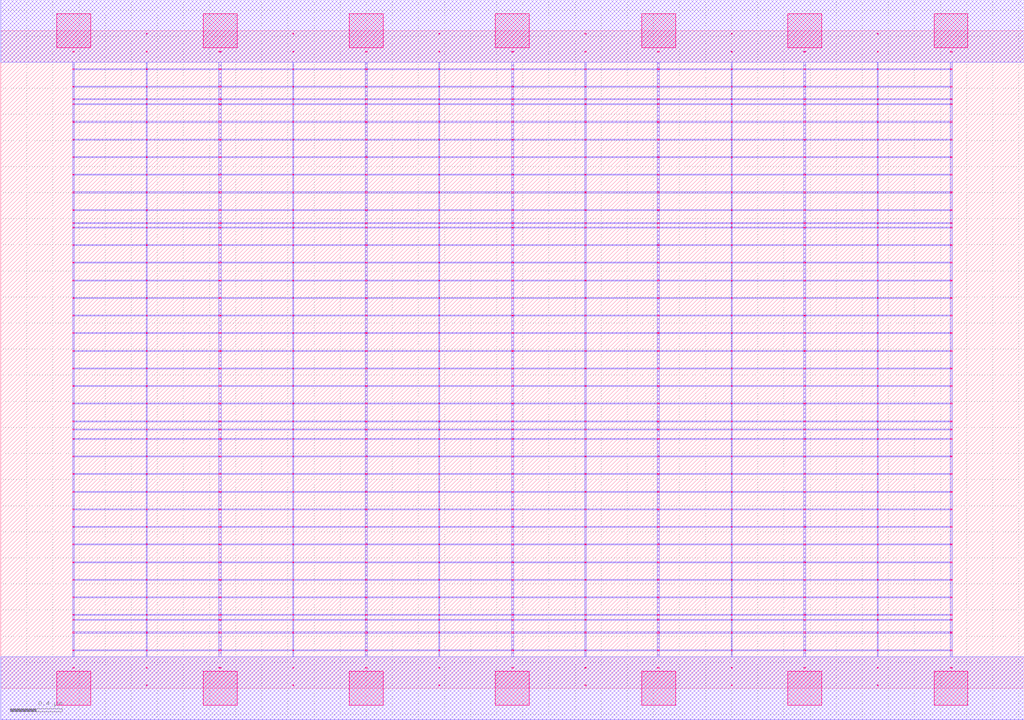
<source format=lef>
MACRO OAOAI2111_DEBUG
 CLASS CORE ;
 FOREIGN OAOAI2111_DEBUG 0 0 ;
 SIZE 7.84 BY 5.04 ;
 ORIGIN 0 0 ;
 SYMMETRY X Y R90 ;
 SITE unit ;

 OBS
    LAYER polycont ;
     RECT 4.47600000 0.15300000 4.48400000 0.16100000 ;
     RECT 4.47600000 0.28800000 4.48400000 0.29600000 ;
     RECT 4.47600000 0.42300000 4.48400000 0.43100000 ;
     RECT 4.47600000 0.52100000 4.48400000 0.52900000 ;
     RECT 4.47600000 0.55800000 4.48400000 0.56600000 ;
     RECT 4.47600000 0.69300000 4.48400000 0.70100000 ;
     RECT 4.47600000 0.82800000 4.48400000 0.83600000 ;
     RECT 4.47600000 0.96300000 4.48400000 0.97100000 ;
     RECT 4.47600000 1.09800000 4.48400000 1.10600000 ;
     RECT 4.47600000 1.23300000 4.48400000 1.24100000 ;
     RECT 4.47600000 1.36800000 4.48400000 1.37600000 ;
     RECT 4.47600000 1.50300000 4.48400000 1.51100000 ;
     RECT 4.47600000 1.63800000 4.48400000 1.64600000 ;
     RECT 4.47600000 1.77300000 4.48400000 1.78100000 ;
     RECT 4.47600000 1.90800000 4.48400000 1.91600000 ;
     RECT 4.47600000 1.98100000 4.48400000 1.98900000 ;
     RECT 4.47600000 2.04300000 4.48400000 2.05100000 ;
     RECT 4.47600000 2.17800000 4.48400000 2.18600000 ;
     RECT 4.47600000 2.31300000 4.48400000 2.32100000 ;
     RECT 4.47600000 2.44800000 4.48400000 2.45600000 ;
     RECT 0.55100000 2.58300000 0.56400000 2.59100000 ;
     RECT 1.11600000 2.58300000 1.12400000 2.59100000 ;
     RECT 1.67100000 2.58300000 1.68900000 2.59100000 ;
     RECT 2.23600000 2.58300000 2.24400000 2.59100000 ;
     RECT 2.79100000 2.58300000 2.80900000 2.59100000 ;
     RECT 3.35600000 2.58300000 3.36400000 2.59100000 ;
     RECT 3.91600000 2.58300000 3.92900000 2.59100000 ;
     RECT 4.47600000 2.58300000 4.48400000 2.59100000 ;
     RECT 5.03100000 2.58300000 5.04400000 2.59100000 ;
     RECT 5.59600000 2.58300000 5.60400000 2.59100000 ;
     RECT 6.15100000 2.58300000 6.16900000 2.59100000 ;
     RECT 6.71600000 2.58300000 6.72400000 2.59100000 ;
     RECT 7.27600000 2.58300000 7.28900000 2.59100000 ;
     RECT 0.55100000 2.71800000 0.56400000 2.72600000 ;
     RECT 1.11600000 2.71800000 1.12400000 2.72600000 ;
     RECT 1.67100000 2.71800000 1.68900000 2.72600000 ;
     RECT 2.23600000 2.71800000 2.24400000 2.72600000 ;
     RECT 2.79100000 2.71800000 2.80900000 2.72600000 ;
     RECT 3.35600000 2.71800000 3.36400000 2.72600000 ;
     RECT 3.91600000 2.71800000 3.92900000 2.72600000 ;
     RECT 4.47600000 2.71800000 4.48400000 2.72600000 ;
     RECT 5.03100000 2.71800000 5.04400000 2.72600000 ;
     RECT 5.59600000 2.71800000 5.60400000 2.72600000 ;
     RECT 6.15100000 2.71800000 6.16900000 2.72600000 ;
     RECT 6.71600000 2.71800000 6.72400000 2.72600000 ;
     RECT 7.27600000 2.71800000 7.28900000 2.72600000 ;
     RECT 0.55100000 2.85300000 0.56400000 2.86100000 ;
     RECT 1.11600000 2.85300000 1.12400000 2.86100000 ;
     RECT 1.67100000 2.85300000 1.68900000 2.86100000 ;
     RECT 2.23600000 2.85300000 2.24400000 2.86100000 ;
     RECT 2.79100000 2.85300000 2.80900000 2.86100000 ;
     RECT 3.35600000 2.85300000 3.36400000 2.86100000 ;
     RECT 3.91600000 2.85300000 3.92900000 2.86100000 ;
     RECT 4.47600000 2.85300000 4.48400000 2.86100000 ;
     RECT 5.03100000 2.85300000 5.04400000 2.86100000 ;
     RECT 5.59600000 2.85300000 5.60400000 2.86100000 ;
     RECT 6.15100000 2.85300000 6.16900000 2.86100000 ;
     RECT 6.71600000 2.85300000 6.72400000 2.86100000 ;
     RECT 7.27600000 2.85300000 7.28900000 2.86100000 ;
     RECT 0.55100000 2.98800000 0.56400000 2.99600000 ;
     RECT 1.11600000 2.98800000 1.12400000 2.99600000 ;
     RECT 1.67100000 2.98800000 1.68900000 2.99600000 ;
     RECT 2.23600000 2.98800000 2.24400000 2.99600000 ;
     RECT 2.79100000 2.98800000 2.80900000 2.99600000 ;
     RECT 3.35600000 2.98800000 3.36400000 2.99600000 ;
     RECT 3.91600000 2.98800000 3.92900000 2.99600000 ;
     RECT 4.47600000 2.98800000 4.48400000 2.99600000 ;
     RECT 5.03100000 2.98800000 5.04400000 2.99600000 ;
     RECT 5.59600000 2.98800000 5.60400000 2.99600000 ;
     RECT 6.15100000 2.98800000 6.16900000 2.99600000 ;
     RECT 6.71600000 2.98800000 6.72400000 2.99600000 ;
     RECT 7.27600000 2.98800000 7.28900000 2.99600000 ;
     RECT 4.47600000 3.12300000 4.48400000 3.13100000 ;
     RECT 4.47600000 3.25800000 4.48400000 3.26600000 ;
     RECT 4.47600000 3.39300000 4.48400000 3.40100000 ;
     RECT 4.47600000 3.52800000 4.48400000 3.53600000 ;
     RECT 4.47600000 3.56100000 4.48400000 3.56900000 ;
     RECT 4.47600000 3.66300000 4.48400000 3.67100000 ;
     RECT 4.47600000 3.79800000 4.48400000 3.80600000 ;
     RECT 4.47600000 3.93300000 4.48400000 3.94100000 ;
     RECT 4.47600000 4.06800000 4.48400000 4.07600000 ;
     RECT 4.47600000 4.20300000 4.48400000 4.21100000 ;
     RECT 4.47600000 4.33800000 4.48400000 4.34600000 ;
     RECT 4.47600000 4.47300000 4.48400000 4.48100000 ;
     RECT 4.47600000 4.51100000 4.48400000 4.51900000 ;
     RECT 4.47600000 4.60800000 4.48400000 4.61600000 ;
     RECT 4.47600000 4.74300000 4.48400000 4.75100000 ;
     RECT 4.47600000 4.87800000 4.48400000 4.88600000 ;

    LAYER pdiffc ;
     RECT 0.55100000 3.39300000 0.55900000 3.40100000 ;
     RECT 3.92100000 3.39300000 3.92900000 3.40100000 ;
     RECT 5.03100000 3.39300000 5.03900000 3.40100000 ;
     RECT 7.28100000 3.39300000 7.28900000 3.40100000 ;
     RECT 0.55100000 3.52800000 0.55900000 3.53600000 ;
     RECT 3.92100000 3.52800000 3.92900000 3.53600000 ;
     RECT 5.03100000 3.52800000 5.03900000 3.53600000 ;
     RECT 7.28100000 3.52800000 7.28900000 3.53600000 ;
     RECT 0.55100000 3.56100000 0.55900000 3.56900000 ;
     RECT 3.92100000 3.56100000 3.92900000 3.56900000 ;
     RECT 5.03100000 3.56100000 5.03900000 3.56900000 ;
     RECT 7.28100000 3.56100000 7.28900000 3.56900000 ;
     RECT 0.55100000 3.66300000 0.55900000 3.67100000 ;
     RECT 3.92100000 3.66300000 3.92900000 3.67100000 ;
     RECT 5.03100000 3.66300000 5.03900000 3.67100000 ;
     RECT 7.28100000 3.66300000 7.28900000 3.67100000 ;
     RECT 0.55100000 3.79800000 0.55900000 3.80600000 ;
     RECT 3.92100000 3.79800000 3.92900000 3.80600000 ;
     RECT 5.03100000 3.79800000 5.03900000 3.80600000 ;
     RECT 7.28100000 3.79800000 7.28900000 3.80600000 ;
     RECT 0.55100000 3.93300000 0.55900000 3.94100000 ;
     RECT 3.92100000 3.93300000 3.92900000 3.94100000 ;
     RECT 5.03100000 3.93300000 5.03900000 3.94100000 ;
     RECT 7.28100000 3.93300000 7.28900000 3.94100000 ;
     RECT 0.55100000 4.06800000 0.55900000 4.07600000 ;
     RECT 3.92100000 4.06800000 3.92900000 4.07600000 ;
     RECT 5.03100000 4.06800000 5.03900000 4.07600000 ;
     RECT 7.28100000 4.06800000 7.28900000 4.07600000 ;
     RECT 0.55100000 4.20300000 0.55900000 4.21100000 ;
     RECT 3.92100000 4.20300000 3.92900000 4.21100000 ;
     RECT 5.03100000 4.20300000 5.03900000 4.21100000 ;
     RECT 7.28100000 4.20300000 7.28900000 4.21100000 ;
     RECT 0.55100000 4.33800000 0.55900000 4.34600000 ;
     RECT 3.92100000 4.33800000 3.92900000 4.34600000 ;
     RECT 5.03100000 4.33800000 5.03900000 4.34600000 ;
     RECT 7.28100000 4.33800000 7.28900000 4.34600000 ;
     RECT 0.55100000 4.47300000 0.55900000 4.48100000 ;
     RECT 3.92100000 4.47300000 3.92900000 4.48100000 ;
     RECT 5.03100000 4.47300000 5.03900000 4.48100000 ;
     RECT 7.28100000 4.47300000 7.28900000 4.48100000 ;
     RECT 0.55100000 4.51100000 0.55900000 4.51900000 ;
     RECT 3.92100000 4.51100000 3.92900000 4.51900000 ;
     RECT 5.03100000 4.51100000 5.03900000 4.51900000 ;
     RECT 7.28100000 4.51100000 7.28900000 4.51900000 ;
     RECT 0.55100000 4.60800000 0.55900000 4.61600000 ;
     RECT 3.92100000 4.60800000 3.92900000 4.61600000 ;
     RECT 5.03100000 4.60800000 5.03900000 4.61600000 ;
     RECT 7.28100000 4.60800000 7.28900000 4.61600000 ;

    LAYER ndiffc ;
     RECT 3.91600000 0.42300000 3.92900000 0.43100000 ;
     RECT 3.91600000 0.52100000 3.92900000 0.52900000 ;
     RECT 3.91600000 0.55800000 3.92900000 0.56600000 ;
     RECT 3.91600000 0.69300000 3.92900000 0.70100000 ;
     RECT 3.91600000 0.82800000 3.92900000 0.83600000 ;
     RECT 3.91600000 0.96300000 3.92900000 0.97100000 ;
     RECT 3.91600000 1.09800000 3.92900000 1.10600000 ;
     RECT 3.91600000 1.23300000 3.92900000 1.24100000 ;
     RECT 3.91600000 1.36800000 3.92900000 1.37600000 ;
     RECT 3.91600000 1.50300000 3.92900000 1.51100000 ;
     RECT 3.91600000 1.63800000 3.92900000 1.64600000 ;
     RECT 3.91600000 1.77300000 3.92900000 1.78100000 ;
     RECT 3.91600000 1.90800000 3.92900000 1.91600000 ;
     RECT 3.91600000 1.98100000 3.92900000 1.98900000 ;
     RECT 3.91600000 2.04300000 3.92900000 2.05100000 ;
     RECT 7.27600000 0.69300000 7.28900000 0.70100000 ;
     RECT 5.03100000 0.42300000 5.04400000 0.43100000 ;
     RECT 5.03100000 0.82800000 5.04400000 0.83600000 ;
     RECT 6.15100000 0.82800000 6.16900000 0.83600000 ;
     RECT 7.27600000 0.82800000 7.28900000 0.83600000 ;
     RECT 5.03100000 0.52100000 5.04400000 0.52900000 ;
     RECT 5.03100000 0.96300000 5.04400000 0.97100000 ;
     RECT 6.15100000 0.96300000 6.16900000 0.97100000 ;
     RECT 7.27600000 0.96300000 7.28900000 0.97100000 ;
     RECT 6.15100000 0.52100000 6.16900000 0.52900000 ;
     RECT 5.03100000 1.09800000 5.04400000 1.10600000 ;
     RECT 6.15100000 1.09800000 6.16900000 1.10600000 ;
     RECT 7.27600000 1.09800000 7.28900000 1.10600000 ;
     RECT 7.27600000 0.52100000 7.28900000 0.52900000 ;
     RECT 5.03100000 1.23300000 5.04400000 1.24100000 ;
     RECT 6.15100000 1.23300000 6.16900000 1.24100000 ;
     RECT 7.27600000 1.23300000 7.28900000 1.24100000 ;
     RECT 6.15100000 0.42300000 6.16900000 0.43100000 ;
     RECT 5.03100000 1.36800000 5.04400000 1.37600000 ;
     RECT 6.15100000 1.36800000 6.16900000 1.37600000 ;
     RECT 7.27600000 1.36800000 7.28900000 1.37600000 ;
     RECT 5.03100000 0.55800000 5.04400000 0.56600000 ;
     RECT 5.03100000 1.50300000 5.04400000 1.51100000 ;
     RECT 6.15100000 1.50300000 6.16900000 1.51100000 ;
     RECT 7.27600000 1.50300000 7.28900000 1.51100000 ;
     RECT 6.15100000 0.55800000 6.16900000 0.56600000 ;
     RECT 5.03100000 1.63800000 5.04400000 1.64600000 ;
     RECT 6.15100000 1.63800000 6.16900000 1.64600000 ;
     RECT 7.27600000 1.63800000 7.28900000 1.64600000 ;
     RECT 7.27600000 0.55800000 7.28900000 0.56600000 ;
     RECT 5.03100000 1.77300000 5.04400000 1.78100000 ;
     RECT 6.15100000 1.77300000 6.16900000 1.78100000 ;
     RECT 7.27600000 1.77300000 7.28900000 1.78100000 ;
     RECT 7.27600000 0.42300000 7.28900000 0.43100000 ;
     RECT 5.03100000 1.90800000 5.04400000 1.91600000 ;
     RECT 6.15100000 1.90800000 6.16900000 1.91600000 ;
     RECT 7.27600000 1.90800000 7.28900000 1.91600000 ;
     RECT 5.03100000 0.69300000 5.04400000 0.70100000 ;
     RECT 5.03100000 1.98100000 5.04400000 1.98900000 ;
     RECT 6.15100000 1.98100000 6.16900000 1.98900000 ;
     RECT 7.27600000 1.98100000 7.28900000 1.98900000 ;
     RECT 6.15100000 0.69300000 6.16900000 0.70100000 ;
     RECT 5.03100000 2.04300000 5.04400000 2.05100000 ;
     RECT 6.15100000 2.04300000 6.16900000 2.05100000 ;
     RECT 7.27600000 2.04300000 7.28900000 2.05100000 ;
     RECT 2.79100000 0.52100000 2.80900000 0.52900000 ;
     RECT 1.67100000 0.42300000 1.68900000 0.43100000 ;
     RECT 0.55100000 0.96300000 0.56400000 0.97100000 ;
     RECT 0.55100000 1.50300000 0.56400000 1.51100000 ;
     RECT 1.67100000 1.50300000 1.68900000 1.51100000 ;
     RECT 2.79100000 1.50300000 2.80900000 1.51100000 ;
     RECT 1.67100000 0.96300000 1.68900000 0.97100000 ;
     RECT 2.79100000 0.96300000 2.80900000 0.97100000 ;
     RECT 2.79100000 0.42300000 2.80900000 0.43100000 ;
     RECT 0.55100000 0.69300000 0.56400000 0.70100000 ;
     RECT 0.55100000 1.63800000 0.56400000 1.64600000 ;
     RECT 1.67100000 1.63800000 1.68900000 1.64600000 ;
     RECT 2.79100000 1.63800000 2.80900000 1.64600000 ;
     RECT 1.67100000 0.69300000 1.68900000 0.70100000 ;
     RECT 2.79100000 0.69300000 2.80900000 0.70100000 ;
     RECT 0.55100000 1.09800000 0.56400000 1.10600000 ;
     RECT 1.67100000 1.09800000 1.68900000 1.10600000 ;
     RECT 0.55100000 1.77300000 0.56400000 1.78100000 ;
     RECT 1.67100000 1.77300000 1.68900000 1.78100000 ;
     RECT 2.79100000 1.77300000 2.80900000 1.78100000 ;
     RECT 2.79100000 1.09800000 2.80900000 1.10600000 ;
     RECT 0.55100000 0.42300000 0.56400000 0.43100000 ;
     RECT 0.55100000 0.52100000 0.56400000 0.52900000 ;
     RECT 0.55100000 0.55800000 0.56400000 0.56600000 ;
     RECT 0.55100000 1.90800000 0.56400000 1.91600000 ;
     RECT 1.67100000 1.90800000 1.68900000 1.91600000 ;
     RECT 2.79100000 1.90800000 2.80900000 1.91600000 ;
     RECT 1.67100000 0.55800000 1.68900000 0.56600000 ;
     RECT 0.55100000 1.23300000 0.56400000 1.24100000 ;
     RECT 1.67100000 1.23300000 1.68900000 1.24100000 ;
     RECT 2.79100000 1.23300000 2.80900000 1.24100000 ;
     RECT 0.55100000 1.98100000 0.56400000 1.98900000 ;
     RECT 1.67100000 1.98100000 1.68900000 1.98900000 ;
     RECT 2.79100000 1.98100000 2.80900000 1.98900000 ;
     RECT 0.55100000 0.82800000 0.56400000 0.83600000 ;
     RECT 1.67100000 0.82800000 1.68900000 0.83600000 ;
     RECT 2.79100000 0.82800000 2.80900000 0.83600000 ;
     RECT 2.79100000 0.55800000 2.80900000 0.56600000 ;
     RECT 0.55100000 2.04300000 0.56400000 2.05100000 ;
     RECT 1.67100000 2.04300000 1.68900000 2.05100000 ;
     RECT 2.79100000 2.04300000 2.80900000 2.05100000 ;
     RECT 0.55100000 1.36800000 0.56400000 1.37600000 ;
     RECT 1.67100000 1.36800000 1.68900000 1.37600000 ;
     RECT 2.79100000 1.36800000 2.80900000 1.37600000 ;
     RECT 1.67100000 0.52100000 1.68900000 0.52900000 ;

    LAYER met1 ;
     RECT 0.00000000 -0.24000000 7.84000000 0.24000000 ;
     RECT 3.91600000 0.24000000 3.92900000 0.28800000 ;
     RECT 0.55100000 0.28800000 7.28900000 0.29600000 ;
     RECT 3.91600000 0.29600000 3.92900000 0.42300000 ;
     RECT 0.55100000 0.42300000 7.28900000 0.43100000 ;
     RECT 3.91600000 0.43100000 3.92900000 0.52100000 ;
     RECT 0.55100000 0.52100000 7.28900000 0.52900000 ;
     RECT 3.91600000 0.52900000 3.92900000 0.55800000 ;
     RECT 0.55100000 0.55800000 7.28900000 0.56600000 ;
     RECT 3.91600000 0.56600000 3.92900000 0.69300000 ;
     RECT 0.55100000 0.69300000 7.28900000 0.70100000 ;
     RECT 3.91600000 0.70100000 3.92900000 0.82800000 ;
     RECT 0.55100000 0.82800000 7.28900000 0.83600000 ;
     RECT 3.91600000 0.83600000 3.92900000 0.96300000 ;
     RECT 0.55100000 0.96300000 7.28900000 0.97100000 ;
     RECT 3.91600000 0.97100000 3.92900000 1.09800000 ;
     RECT 0.55100000 1.09800000 7.28900000 1.10600000 ;
     RECT 3.91600000 1.10600000 3.92900000 1.23300000 ;
     RECT 0.55100000 1.23300000 7.28900000 1.24100000 ;
     RECT 3.91600000 1.24100000 3.92900000 1.36800000 ;
     RECT 0.55100000 1.36800000 7.28900000 1.37600000 ;
     RECT 3.91600000 1.37600000 3.92900000 1.50300000 ;
     RECT 0.55100000 1.50300000 7.28900000 1.51100000 ;
     RECT 3.91600000 1.51100000 3.92900000 1.63800000 ;
     RECT 0.55100000 1.63800000 7.28900000 1.64600000 ;
     RECT 3.91600000 1.64600000 3.92900000 1.77300000 ;
     RECT 0.55100000 1.77300000 7.28900000 1.78100000 ;
     RECT 3.91600000 1.78100000 3.92900000 1.90800000 ;
     RECT 0.55100000 1.90800000 7.28900000 1.91600000 ;
     RECT 3.91600000 1.91600000 3.92900000 1.98100000 ;
     RECT 0.55100000 1.98100000 7.28900000 1.98900000 ;
     RECT 3.91600000 1.98900000 3.92900000 2.04300000 ;
     RECT 0.55100000 2.04300000 7.28900000 2.05100000 ;
     RECT 3.91600000 2.05100000 3.92900000 2.17800000 ;
     RECT 0.55100000 2.17800000 7.28900000 2.18600000 ;
     RECT 3.91600000 2.18600000 3.92900000 2.31300000 ;
     RECT 0.55100000 2.31300000 7.28900000 2.32100000 ;
     RECT 3.91600000 2.32100000 3.92900000 2.44800000 ;
     RECT 0.55100000 2.44800000 7.28900000 2.45600000 ;
     RECT 0.55100000 2.45600000 0.56400000 2.58300000 ;
     RECT 1.11600000 2.45600000 1.12400000 2.58300000 ;
     RECT 1.67100000 2.45600000 1.68900000 2.58300000 ;
     RECT 2.23600000 2.45600000 2.24400000 2.58300000 ;
     RECT 2.79100000 2.45600000 2.80900000 2.58300000 ;
     RECT 3.35600000 2.45600000 3.36400000 2.58300000 ;
     RECT 3.91600000 2.45600000 3.92900000 2.58300000 ;
     RECT 4.47600000 2.45600000 4.48400000 2.58300000 ;
     RECT 5.03100000 2.45600000 5.04400000 2.58300000 ;
     RECT 5.59600000 2.45600000 5.60400000 2.58300000 ;
     RECT 6.15100000 2.45600000 6.16900000 2.58300000 ;
     RECT 6.71600000 2.45600000 6.72400000 2.58300000 ;
     RECT 7.27600000 2.45600000 7.28900000 2.58300000 ;
     RECT 0.55100000 2.58300000 7.28900000 2.59100000 ;
     RECT 3.91600000 2.59100000 3.92900000 2.71800000 ;
     RECT 0.55100000 2.71800000 7.28900000 2.72600000 ;
     RECT 3.91600000 2.72600000 3.92900000 2.85300000 ;
     RECT 0.55100000 2.85300000 7.28900000 2.86100000 ;
     RECT 3.91600000 2.86100000 3.92900000 2.98800000 ;
     RECT 0.55100000 2.98800000 7.28900000 2.99600000 ;
     RECT 3.91600000 2.99600000 3.92900000 3.12300000 ;
     RECT 0.55100000 3.12300000 7.28900000 3.13100000 ;
     RECT 3.91600000 3.13100000 3.92900000 3.25800000 ;
     RECT 0.55100000 3.25800000 7.28900000 3.26600000 ;
     RECT 3.91600000 3.26600000 3.92900000 3.39300000 ;
     RECT 0.55100000 3.39300000 7.28900000 3.40100000 ;
     RECT 3.91600000 3.40100000 3.92900000 3.52800000 ;
     RECT 0.55100000 3.52800000 7.28900000 3.53600000 ;
     RECT 3.91600000 3.53600000 3.92900000 3.56100000 ;
     RECT 0.55100000 3.56100000 7.28900000 3.56900000 ;
     RECT 3.91600000 3.56900000 3.92900000 3.66300000 ;
     RECT 0.55100000 3.66300000 7.28900000 3.67100000 ;
     RECT 3.91600000 3.67100000 3.92900000 3.79800000 ;
     RECT 0.55100000 3.79800000 7.28900000 3.80600000 ;
     RECT 3.91600000 3.80600000 3.92900000 3.93300000 ;
     RECT 0.55100000 3.93300000 7.28900000 3.94100000 ;
     RECT 3.91600000 3.94100000 3.92900000 4.06800000 ;
     RECT 0.55100000 4.06800000 7.28900000 4.07600000 ;
     RECT 3.91600000 4.07600000 3.92900000 4.20300000 ;
     RECT 0.55100000 4.20300000 7.28900000 4.21100000 ;
     RECT 3.91600000 4.21100000 3.92900000 4.33800000 ;
     RECT 0.55100000 4.33800000 7.28900000 4.34600000 ;
     RECT 3.91600000 4.34600000 3.92900000 4.47300000 ;
     RECT 0.55100000 4.47300000 7.28900000 4.48100000 ;
     RECT 3.91600000 4.48100000 3.92900000 4.51100000 ;
     RECT 0.55100000 4.51100000 7.28900000 4.51900000 ;
     RECT 3.91600000 4.51900000 3.92900000 4.60800000 ;
     RECT 0.55100000 4.60800000 7.28900000 4.61600000 ;
     RECT 3.91600000 4.61600000 3.92900000 4.74300000 ;
     RECT 0.55100000 4.74300000 7.28900000 4.75100000 ;
     RECT 3.91600000 4.75100000 3.92900000 4.80000000 ;
     RECT 0.00000000 4.80000000 7.84000000 5.28000000 ;
     RECT 4.47600000 3.80600000 4.48400000 3.93300000 ;
     RECT 5.03100000 3.80600000 5.04400000 3.93300000 ;
     RECT 5.59600000 3.80600000 5.60400000 3.93300000 ;
     RECT 6.15100000 3.80600000 6.16900000 3.93300000 ;
     RECT 6.71600000 3.80600000 6.72400000 3.93300000 ;
     RECT 7.27600000 3.80600000 7.28900000 3.93300000 ;
     RECT 6.15100000 3.94100000 6.16900000 4.06800000 ;
     RECT 6.71600000 3.94100000 6.72400000 4.06800000 ;
     RECT 7.27600000 3.94100000 7.28900000 4.06800000 ;
     RECT 6.15100000 4.07600000 6.16900000 4.20300000 ;
     RECT 6.71600000 4.07600000 6.72400000 4.20300000 ;
     RECT 7.27600000 4.07600000 7.28900000 4.20300000 ;
     RECT 6.15100000 4.21100000 6.16900000 4.33800000 ;
     RECT 6.71600000 4.21100000 6.72400000 4.33800000 ;
     RECT 7.27600000 4.21100000 7.28900000 4.33800000 ;
     RECT 6.15100000 4.34600000 6.16900000 4.47300000 ;
     RECT 6.71600000 4.34600000 6.72400000 4.47300000 ;
     RECT 7.27600000 4.34600000 7.28900000 4.47300000 ;
     RECT 6.15100000 4.48100000 6.16900000 4.51100000 ;
     RECT 6.71600000 4.48100000 6.72400000 4.51100000 ;
     RECT 7.27600000 4.48100000 7.28900000 4.51100000 ;
     RECT 6.15100000 4.51900000 6.16900000 4.60800000 ;
     RECT 6.71600000 4.51900000 6.72400000 4.60800000 ;
     RECT 7.27600000 4.51900000 7.28900000 4.60800000 ;
     RECT 6.15100000 4.61600000 6.16900000 4.74300000 ;
     RECT 6.71600000 4.61600000 6.72400000 4.74300000 ;
     RECT 7.27600000 4.61600000 7.28900000 4.74300000 ;
     RECT 6.15100000 4.75100000 6.16900000 4.80000000 ;
     RECT 6.71600000 4.75100000 6.72400000 4.80000000 ;
     RECT 7.27600000 4.75100000 7.28900000 4.80000000 ;
     RECT 4.47600000 4.48100000 4.48400000 4.51100000 ;
     RECT 5.03100000 4.48100000 5.04400000 4.51100000 ;
     RECT 5.59600000 4.48100000 5.60400000 4.51100000 ;
     RECT 4.47600000 4.21100000 4.48400000 4.33800000 ;
     RECT 5.03100000 4.21100000 5.04400000 4.33800000 ;
     RECT 5.59600000 4.21100000 5.60400000 4.33800000 ;
     RECT 4.47600000 4.51900000 4.48400000 4.60800000 ;
     RECT 5.03100000 4.51900000 5.04400000 4.60800000 ;
     RECT 5.59600000 4.51900000 5.60400000 4.60800000 ;
     RECT 4.47600000 4.07600000 4.48400000 4.20300000 ;
     RECT 5.03100000 4.07600000 5.04400000 4.20300000 ;
     RECT 5.59600000 4.07600000 5.60400000 4.20300000 ;
     RECT 4.47600000 4.61600000 4.48400000 4.74300000 ;
     RECT 5.03100000 4.61600000 5.04400000 4.74300000 ;
     RECT 5.59600000 4.61600000 5.60400000 4.74300000 ;
     RECT 4.47600000 4.34600000 4.48400000 4.47300000 ;
     RECT 5.03100000 4.34600000 5.04400000 4.47300000 ;
     RECT 5.59600000 4.34600000 5.60400000 4.47300000 ;
     RECT 4.47600000 4.75100000 4.48400000 4.80000000 ;
     RECT 5.03100000 4.75100000 5.04400000 4.80000000 ;
     RECT 5.59600000 4.75100000 5.60400000 4.80000000 ;
     RECT 4.47600000 3.94100000 4.48400000 4.06800000 ;
     RECT 5.03100000 3.94100000 5.04400000 4.06800000 ;
     RECT 5.59600000 3.94100000 5.60400000 4.06800000 ;
     RECT 5.03100000 3.40100000 5.04400000 3.52800000 ;
     RECT 5.59600000 3.40100000 5.60400000 3.52800000 ;
     RECT 4.47600000 3.53600000 4.48400000 3.56100000 ;
     RECT 5.03100000 3.53600000 5.04400000 3.56100000 ;
     RECT 5.59600000 3.53600000 5.60400000 3.56100000 ;
     RECT 5.59600000 2.59100000 5.60400000 2.71800000 ;
     RECT 4.47600000 3.56900000 4.48400000 3.66300000 ;
     RECT 4.47600000 2.59100000 4.48400000 2.71800000 ;
     RECT 5.03100000 2.59100000 5.04400000 2.71800000 ;
     RECT 5.03100000 3.56900000 5.04400000 3.66300000 ;
     RECT 5.59600000 3.56900000 5.60400000 3.66300000 ;
     RECT 4.47600000 2.86100000 4.48400000 2.98800000 ;
     RECT 5.03100000 2.86100000 5.04400000 2.98800000 ;
     RECT 4.47600000 2.99600000 4.48400000 3.12300000 ;
     RECT 5.03100000 2.99600000 5.04400000 3.12300000 ;
     RECT 4.47600000 3.13100000 4.48400000 3.25800000 ;
     RECT 5.03100000 3.13100000 5.04400000 3.25800000 ;
     RECT 4.47600000 3.67100000 4.48400000 3.79800000 ;
     RECT 5.03100000 3.67100000 5.04400000 3.79800000 ;
     RECT 5.59600000 3.67100000 5.60400000 3.79800000 ;
     RECT 5.59600000 2.86100000 5.60400000 2.98800000 ;
     RECT 4.47600000 2.72600000 4.48400000 2.85300000 ;
     RECT 5.03100000 2.72600000 5.04400000 2.85300000 ;
     RECT 5.59600000 3.13100000 5.60400000 3.25800000 ;
     RECT 5.59600000 2.99600000 5.60400000 3.12300000 ;
     RECT 4.47600000 3.26600000 4.48400000 3.39300000 ;
     RECT 5.03100000 3.26600000 5.04400000 3.39300000 ;
     RECT 5.59600000 3.26600000 5.60400000 3.39300000 ;
     RECT 5.59600000 2.72600000 5.60400000 2.85300000 ;
     RECT 4.47600000 3.40100000 4.48400000 3.52800000 ;
     RECT 7.27600000 3.40100000 7.28900000 3.52800000 ;
     RECT 6.71600000 2.59100000 6.72400000 2.71800000 ;
     RECT 7.27600000 2.59100000 7.28900000 2.71800000 ;
     RECT 6.71600000 2.72600000 6.72400000 2.85300000 ;
     RECT 7.27600000 2.72600000 7.28900000 2.85300000 ;
     RECT 7.27600000 3.13100000 7.28900000 3.25800000 ;
     RECT 6.15100000 2.72600000 6.16900000 2.85300000 ;
     RECT 6.15100000 3.67100000 6.16900000 3.79800000 ;
     RECT 6.71600000 3.67100000 6.72400000 3.79800000 ;
     RECT 7.27600000 3.67100000 7.28900000 3.79800000 ;
     RECT 6.15100000 3.26600000 6.16900000 3.39300000 ;
     RECT 6.15100000 2.86100000 6.16900000 2.98800000 ;
     RECT 6.15100000 3.53600000 6.16900000 3.56100000 ;
     RECT 6.71600000 3.53600000 6.72400000 3.56100000 ;
     RECT 7.27600000 3.53600000 7.28900000 3.56100000 ;
     RECT 6.71600000 3.26600000 6.72400000 3.39300000 ;
     RECT 6.15100000 2.59100000 6.16900000 2.71800000 ;
     RECT 7.27600000 3.26600000 7.28900000 3.39300000 ;
     RECT 6.15100000 2.99600000 6.16900000 3.12300000 ;
     RECT 6.71600000 2.86100000 6.72400000 2.98800000 ;
     RECT 7.27600000 2.86100000 7.28900000 2.98800000 ;
     RECT 6.15100000 3.40100000 6.16900000 3.52800000 ;
     RECT 6.15100000 3.13100000 6.16900000 3.25800000 ;
     RECT 6.71600000 3.40100000 6.72400000 3.52800000 ;
     RECT 6.15100000 3.56900000 6.16900000 3.66300000 ;
     RECT 6.71600000 3.56900000 6.72400000 3.66300000 ;
     RECT 6.71600000 2.99600000 6.72400000 3.12300000 ;
     RECT 7.27600000 2.99600000 7.28900000 3.12300000 ;
     RECT 7.27600000 3.56900000 7.28900000 3.66300000 ;
     RECT 6.71600000 3.13100000 6.72400000 3.25800000 ;
     RECT 0.55100000 3.80600000 0.56400000 3.93300000 ;
     RECT 1.11600000 3.80600000 1.12400000 3.93300000 ;
     RECT 1.67100000 3.80600000 1.68900000 3.93300000 ;
     RECT 2.23600000 3.80600000 2.24400000 3.93300000 ;
     RECT 2.79100000 3.80600000 2.80900000 3.93300000 ;
     RECT 3.35600000 3.80600000 3.36400000 3.93300000 ;
     RECT 2.23600000 4.21100000 2.24400000 4.33800000 ;
     RECT 2.79100000 4.21100000 2.80900000 4.33800000 ;
     RECT 3.35600000 4.21100000 3.36400000 4.33800000 ;
     RECT 2.23600000 4.34600000 2.24400000 4.47300000 ;
     RECT 2.79100000 4.34600000 2.80900000 4.47300000 ;
     RECT 3.35600000 4.34600000 3.36400000 4.47300000 ;
     RECT 2.23600000 4.48100000 2.24400000 4.51100000 ;
     RECT 2.79100000 4.48100000 2.80900000 4.51100000 ;
     RECT 3.35600000 4.48100000 3.36400000 4.51100000 ;
     RECT 2.23600000 4.51900000 2.24400000 4.60800000 ;
     RECT 2.79100000 4.51900000 2.80900000 4.60800000 ;
     RECT 3.35600000 4.51900000 3.36400000 4.60800000 ;
     RECT 2.23600000 4.61600000 2.24400000 4.74300000 ;
     RECT 2.79100000 4.61600000 2.80900000 4.74300000 ;
     RECT 3.35600000 4.61600000 3.36400000 4.74300000 ;
     RECT 2.23600000 3.94100000 2.24400000 4.06800000 ;
     RECT 2.79100000 3.94100000 2.80900000 4.06800000 ;
     RECT 3.35600000 3.94100000 3.36400000 4.06800000 ;
     RECT 2.23600000 4.07600000 2.24400000 4.20300000 ;
     RECT 2.23600000 4.75100000 2.24400000 4.80000000 ;
     RECT 2.79100000 4.75100000 2.80900000 4.80000000 ;
     RECT 3.35600000 4.75100000 3.36400000 4.80000000 ;
     RECT 2.79100000 4.07600000 2.80900000 4.20300000 ;
     RECT 3.35600000 4.07600000 3.36400000 4.20300000 ;
     RECT 0.55100000 4.51900000 0.56400000 4.60800000 ;
     RECT 1.11600000 4.51900000 1.12400000 4.60800000 ;
     RECT 1.67100000 4.51900000 1.68900000 4.60800000 ;
     RECT 0.55100000 4.07600000 0.56400000 4.20300000 ;
     RECT 1.11600000 4.07600000 1.12400000 4.20300000 ;
     RECT 1.67100000 4.07600000 1.68900000 4.20300000 ;
     RECT 0.55100000 4.61600000 0.56400000 4.74300000 ;
     RECT 1.11600000 4.61600000 1.12400000 4.74300000 ;
     RECT 1.67100000 4.61600000 1.68900000 4.74300000 ;
     RECT 0.55100000 4.34600000 0.56400000 4.47300000 ;
     RECT 1.11600000 4.34600000 1.12400000 4.47300000 ;
     RECT 1.67100000 4.34600000 1.68900000 4.47300000 ;
     RECT 0.55100000 3.94100000 0.56400000 4.06800000 ;
     RECT 1.11600000 3.94100000 1.12400000 4.06800000 ;
     RECT 1.67100000 3.94100000 1.68900000 4.06800000 ;
     RECT 0.55100000 4.48100000 0.56400000 4.51100000 ;
     RECT 0.55100000 4.75100000 0.56400000 4.80000000 ;
     RECT 1.11600000 4.75100000 1.12400000 4.80000000 ;
     RECT 1.67100000 4.75100000 1.68900000 4.80000000 ;
     RECT 1.11600000 4.48100000 1.12400000 4.51100000 ;
     RECT 1.67100000 4.48100000 1.68900000 4.51100000 ;
     RECT 0.55100000 4.21100000 0.56400000 4.33800000 ;
     RECT 1.11600000 4.21100000 1.12400000 4.33800000 ;
     RECT 1.67100000 4.21100000 1.68900000 4.33800000 ;
     RECT 1.67100000 3.13100000 1.68900000 3.25800000 ;
     RECT 0.55100000 2.86100000 0.56400000 2.98800000 ;
     RECT 1.67100000 2.86100000 1.68900000 2.98800000 ;
     RECT 0.55100000 3.53600000 0.56400000 3.56100000 ;
     RECT 1.11600000 3.53600000 1.12400000 3.56100000 ;
     RECT 1.67100000 3.67100000 1.68900000 3.79800000 ;
     RECT 1.67100000 3.26600000 1.68900000 3.39300000 ;
     RECT 1.67100000 3.53600000 1.68900000 3.56100000 ;
     RECT 1.11600000 2.86100000 1.12400000 2.98800000 ;
     RECT 0.55100000 3.56900000 0.56400000 3.66300000 ;
     RECT 1.11600000 3.56900000 1.12400000 3.66300000 ;
     RECT 1.67100000 3.56900000 1.68900000 3.66300000 ;
     RECT 1.67100000 2.72600000 1.68900000 2.85300000 ;
     RECT 0.55100000 2.99600000 0.56400000 3.12300000 ;
     RECT 1.11600000 2.99600000 1.12400000 3.12300000 ;
     RECT 1.67100000 3.40100000 1.68900000 3.52800000 ;
     RECT 0.55100000 2.59100000 0.56400000 2.71800000 ;
     RECT 1.11600000 2.59100000 1.12400000 2.71800000 ;
     RECT 0.55100000 2.72600000 0.56400000 2.85300000 ;
     RECT 1.11600000 2.72600000 1.12400000 2.85300000 ;
     RECT 0.55100000 3.13100000 0.56400000 3.25800000 ;
     RECT 1.67100000 2.59100000 1.68900000 2.71800000 ;
     RECT 0.55100000 3.26600000 0.56400000 3.39300000 ;
     RECT 1.11600000 3.26600000 1.12400000 3.39300000 ;
     RECT 0.55100000 3.67100000 0.56400000 3.79800000 ;
     RECT 1.11600000 3.67100000 1.12400000 3.79800000 ;
     RECT 1.11600000 3.13100000 1.12400000 3.25800000 ;
     RECT 1.67100000 2.99600000 1.68900000 3.12300000 ;
     RECT 0.55100000 3.40100000 0.56400000 3.52800000 ;
     RECT 1.11600000 3.40100000 1.12400000 3.52800000 ;
     RECT 2.79100000 3.26600000 2.80900000 3.39300000 ;
     RECT 3.35600000 3.26600000 3.36400000 3.39300000 ;
     RECT 2.23600000 3.40100000 2.24400000 3.52800000 ;
     RECT 2.23600000 3.53600000 2.24400000 3.56100000 ;
     RECT 2.79100000 3.53600000 2.80900000 3.56100000 ;
     RECT 2.79100000 2.72600000 2.80900000 2.85300000 ;
     RECT 3.35600000 2.72600000 3.36400000 2.85300000 ;
     RECT 3.35600000 3.53600000 3.36400000 3.56100000 ;
     RECT 2.79100000 2.59100000 2.80900000 2.71800000 ;
     RECT 3.35600000 2.59100000 3.36400000 2.71800000 ;
     RECT 2.23600000 2.59100000 2.24400000 2.71800000 ;
     RECT 2.23600000 2.86100000 2.24400000 2.98800000 ;
     RECT 2.79100000 3.40100000 2.80900000 3.52800000 ;
     RECT 2.23600000 3.13100000 2.24400000 3.25800000 ;
     RECT 2.79100000 3.13100000 2.80900000 3.25800000 ;
     RECT 2.23600000 3.56900000 2.24400000 3.66300000 ;
     RECT 2.79100000 3.56900000 2.80900000 3.66300000 ;
     RECT 3.35600000 3.56900000 3.36400000 3.66300000 ;
     RECT 3.35600000 3.13100000 3.36400000 3.25800000 ;
     RECT 2.23600000 2.72600000 2.24400000 2.85300000 ;
     RECT 2.79100000 2.86100000 2.80900000 2.98800000 ;
     RECT 3.35600000 2.86100000 3.36400000 2.98800000 ;
     RECT 2.23600000 3.67100000 2.24400000 3.79800000 ;
     RECT 2.79100000 3.67100000 2.80900000 3.79800000 ;
     RECT 3.35600000 3.67100000 3.36400000 3.79800000 ;
     RECT 2.23600000 2.99600000 2.24400000 3.12300000 ;
     RECT 2.79100000 2.99600000 2.80900000 3.12300000 ;
     RECT 3.35600000 2.99600000 3.36400000 3.12300000 ;
     RECT 3.35600000 3.40100000 3.36400000 3.52800000 ;
     RECT 2.23600000 3.26600000 2.24400000 3.39300000 ;
     RECT 0.55100000 1.10600000 0.56400000 1.23300000 ;
     RECT 1.11600000 1.10600000 1.12400000 1.23300000 ;
     RECT 1.67100000 1.10600000 1.68900000 1.23300000 ;
     RECT 2.23600000 1.10600000 2.24400000 1.23300000 ;
     RECT 2.79100000 1.10600000 2.80900000 1.23300000 ;
     RECT 3.35600000 1.10600000 3.36400000 1.23300000 ;
     RECT 2.23600000 1.78100000 2.24400000 1.90800000 ;
     RECT 2.79100000 1.78100000 2.80900000 1.90800000 ;
     RECT 3.35600000 1.78100000 3.36400000 1.90800000 ;
     RECT 2.23600000 1.91600000 2.24400000 1.98100000 ;
     RECT 2.79100000 1.91600000 2.80900000 1.98100000 ;
     RECT 3.35600000 1.91600000 3.36400000 1.98100000 ;
     RECT 2.23600000 1.98900000 2.24400000 2.04300000 ;
     RECT 2.79100000 1.98900000 2.80900000 2.04300000 ;
     RECT 3.35600000 1.98900000 3.36400000 2.04300000 ;
     RECT 2.23600000 2.05100000 2.24400000 2.17800000 ;
     RECT 2.79100000 2.05100000 2.80900000 2.17800000 ;
     RECT 3.35600000 2.05100000 3.36400000 2.17800000 ;
     RECT 2.23600000 2.18600000 2.24400000 2.31300000 ;
     RECT 2.79100000 2.18600000 2.80900000 2.31300000 ;
     RECT 3.35600000 2.18600000 3.36400000 2.31300000 ;
     RECT 2.23600000 2.32100000 2.24400000 2.44800000 ;
     RECT 2.79100000 2.32100000 2.80900000 2.44800000 ;
     RECT 3.35600000 2.32100000 3.36400000 2.44800000 ;
     RECT 2.23600000 1.51100000 2.24400000 1.63800000 ;
     RECT 2.79100000 1.51100000 2.80900000 1.63800000 ;
     RECT 3.35600000 1.51100000 3.36400000 1.63800000 ;
     RECT 2.23600000 1.64600000 2.24400000 1.77300000 ;
     RECT 2.79100000 1.64600000 2.80900000 1.77300000 ;
     RECT 3.35600000 1.64600000 3.36400000 1.77300000 ;
     RECT 2.23600000 1.24100000 2.24400000 1.36800000 ;
     RECT 2.79100000 1.24100000 2.80900000 1.36800000 ;
     RECT 3.35600000 1.24100000 3.36400000 1.36800000 ;
     RECT 2.23600000 1.37600000 2.24400000 1.50300000 ;
     RECT 2.79100000 1.37600000 2.80900000 1.50300000 ;
     RECT 3.35600000 1.37600000 3.36400000 1.50300000 ;
     RECT 1.67100000 2.18600000 1.68900000 2.31300000 ;
     RECT 1.67100000 1.91600000 1.68900000 1.98100000 ;
     RECT 1.11600000 1.64600000 1.12400000 1.77300000 ;
     RECT 0.55100000 1.78100000 0.56400000 1.90800000 ;
     RECT 0.55100000 2.32100000 0.56400000 2.44800000 ;
     RECT 1.11600000 2.32100000 1.12400000 2.44800000 ;
     RECT 1.67100000 2.32100000 1.68900000 2.44800000 ;
     RECT 1.11600000 1.78100000 1.12400000 1.90800000 ;
     RECT 0.55100000 1.98900000 0.56400000 2.04300000 ;
     RECT 1.11600000 1.98900000 1.12400000 2.04300000 ;
     RECT 1.67100000 1.98900000 1.68900000 2.04300000 ;
     RECT 1.67100000 1.78100000 1.68900000 1.90800000 ;
     RECT 1.67100000 1.64600000 1.68900000 1.77300000 ;
     RECT 1.67100000 1.51100000 1.68900000 1.63800000 ;
     RECT 0.55100000 2.05100000 0.56400000 2.17800000 ;
     RECT 1.11600000 2.05100000 1.12400000 2.17800000 ;
     RECT 0.55100000 1.24100000 0.56400000 1.36800000 ;
     RECT 1.11600000 1.24100000 1.12400000 1.36800000 ;
     RECT 1.67100000 1.24100000 1.68900000 1.36800000 ;
     RECT 1.67100000 2.05100000 1.68900000 2.17800000 ;
     RECT 0.55100000 1.64600000 0.56400000 1.77300000 ;
     RECT 0.55100000 1.91600000 0.56400000 1.98100000 ;
     RECT 0.55100000 1.37600000 0.56400000 1.50300000 ;
     RECT 1.11600000 1.37600000 1.12400000 1.50300000 ;
     RECT 1.67100000 1.37600000 1.68900000 1.50300000 ;
     RECT 1.11600000 1.91600000 1.12400000 1.98100000 ;
     RECT 0.55100000 2.18600000 0.56400000 2.31300000 ;
     RECT 1.11600000 2.18600000 1.12400000 2.31300000 ;
     RECT 0.55100000 1.51100000 0.56400000 1.63800000 ;
     RECT 1.11600000 1.51100000 1.12400000 1.63800000 ;
     RECT 1.67100000 0.24000000 1.68900000 0.28800000 ;
     RECT 0.55100000 0.56600000 0.56400000 0.69300000 ;
     RECT 1.67100000 0.56600000 1.68900000 0.69300000 ;
     RECT 1.11600000 0.56600000 1.12400000 0.69300000 ;
     RECT 1.11600000 0.52900000 1.12400000 0.55800000 ;
     RECT 1.67100000 0.52900000 1.68900000 0.55800000 ;
     RECT 0.55100000 0.24000000 0.56400000 0.28800000 ;
     RECT 0.55100000 0.43100000 0.56400000 0.52100000 ;
     RECT 1.11600000 0.43100000 1.12400000 0.52100000 ;
     RECT 1.11600000 0.24000000 1.12400000 0.28800000 ;
     RECT 0.55100000 0.52900000 0.56400000 0.55800000 ;
     RECT 0.55100000 0.29600000 0.56400000 0.42300000 ;
     RECT 1.11600000 0.29600000 1.12400000 0.42300000 ;
     RECT 0.55100000 0.70100000 0.56400000 0.82800000 ;
     RECT 1.11600000 0.70100000 1.12400000 0.82800000 ;
     RECT 1.67100000 0.43100000 1.68900000 0.52100000 ;
     RECT 1.67100000 0.70100000 1.68900000 0.82800000 ;
     RECT 1.67100000 0.29600000 1.68900000 0.42300000 ;
     RECT 0.55100000 0.83600000 0.56400000 0.96300000 ;
     RECT 1.11600000 0.83600000 1.12400000 0.96300000 ;
     RECT 1.67100000 0.83600000 1.68900000 0.96300000 ;
     RECT 0.55100000 0.97100000 0.56400000 1.09800000 ;
     RECT 1.11600000 0.97100000 1.12400000 1.09800000 ;
     RECT 1.67100000 0.97100000 1.68900000 1.09800000 ;
     RECT 3.35600000 0.70100000 3.36400000 0.82800000 ;
     RECT 2.23600000 0.56600000 2.24400000 0.69300000 ;
     RECT 2.23600000 0.29600000 2.24400000 0.42300000 ;
     RECT 2.79100000 0.56600000 2.80900000 0.69300000 ;
     RECT 3.35600000 0.56600000 3.36400000 0.69300000 ;
     RECT 2.79100000 0.52900000 2.80900000 0.55800000 ;
     RECT 2.23600000 0.83600000 2.24400000 0.96300000 ;
     RECT 2.79100000 0.83600000 2.80900000 0.96300000 ;
     RECT 3.35600000 0.83600000 3.36400000 0.96300000 ;
     RECT 2.79100000 0.29600000 2.80900000 0.42300000 ;
     RECT 3.35600000 0.29600000 3.36400000 0.42300000 ;
     RECT 3.35600000 0.52900000 3.36400000 0.55800000 ;
     RECT 3.35600000 0.24000000 3.36400000 0.28800000 ;
     RECT 2.23600000 0.43100000 2.24400000 0.52100000 ;
     RECT 2.79100000 0.24000000 2.80900000 0.28800000 ;
     RECT 2.23600000 0.97100000 2.24400000 1.09800000 ;
     RECT 2.79100000 0.97100000 2.80900000 1.09800000 ;
     RECT 3.35600000 0.97100000 3.36400000 1.09800000 ;
     RECT 2.23600000 0.52900000 2.24400000 0.55800000 ;
     RECT 2.23600000 0.24000000 2.24400000 0.28800000 ;
     RECT 2.79100000 0.43100000 2.80900000 0.52100000 ;
     RECT 3.35600000 0.43100000 3.36400000 0.52100000 ;
     RECT 2.23600000 0.70100000 2.24400000 0.82800000 ;
     RECT 2.79100000 0.70100000 2.80900000 0.82800000 ;
     RECT 4.47600000 1.10600000 4.48400000 1.23300000 ;
     RECT 5.03100000 1.10600000 5.04400000 1.23300000 ;
     RECT 5.59600000 1.10600000 5.60400000 1.23300000 ;
     RECT 6.15100000 1.10600000 6.16900000 1.23300000 ;
     RECT 6.71600000 1.10600000 6.72400000 1.23300000 ;
     RECT 7.27600000 1.10600000 7.28900000 1.23300000 ;
     RECT 6.15100000 1.91600000 6.16900000 1.98100000 ;
     RECT 6.71600000 1.91600000 6.72400000 1.98100000 ;
     RECT 7.27600000 1.91600000 7.28900000 1.98100000 ;
     RECT 6.15100000 1.98900000 6.16900000 2.04300000 ;
     RECT 6.71600000 1.98900000 6.72400000 2.04300000 ;
     RECT 7.27600000 1.98900000 7.28900000 2.04300000 ;
     RECT 6.15100000 2.05100000 6.16900000 2.17800000 ;
     RECT 6.71600000 2.05100000 6.72400000 2.17800000 ;
     RECT 7.27600000 2.05100000 7.28900000 2.17800000 ;
     RECT 6.15100000 1.24100000 6.16900000 1.36800000 ;
     RECT 6.71600000 1.24100000 6.72400000 1.36800000 ;
     RECT 7.27600000 1.24100000 7.28900000 1.36800000 ;
     RECT 6.15100000 2.18600000 6.16900000 2.31300000 ;
     RECT 6.71600000 2.18600000 6.72400000 2.31300000 ;
     RECT 7.27600000 2.18600000 7.28900000 2.31300000 ;
     RECT 6.15100000 1.37600000 6.16900000 1.50300000 ;
     RECT 6.15100000 2.32100000 6.16900000 2.44800000 ;
     RECT 6.71600000 2.32100000 6.72400000 2.44800000 ;
     RECT 7.27600000 2.32100000 7.28900000 2.44800000 ;
     RECT 6.71600000 1.37600000 6.72400000 1.50300000 ;
     RECT 7.27600000 1.37600000 7.28900000 1.50300000 ;
     RECT 6.15100000 1.51100000 6.16900000 1.63800000 ;
     RECT 6.71600000 1.51100000 6.72400000 1.63800000 ;
     RECT 7.27600000 1.51100000 7.28900000 1.63800000 ;
     RECT 6.15100000 1.64600000 6.16900000 1.77300000 ;
     RECT 6.71600000 1.64600000 6.72400000 1.77300000 ;
     RECT 7.27600000 1.64600000 7.28900000 1.77300000 ;
     RECT 6.15100000 1.78100000 6.16900000 1.90800000 ;
     RECT 6.71600000 1.78100000 6.72400000 1.90800000 ;
     RECT 7.27600000 1.78100000 7.28900000 1.90800000 ;
     RECT 5.03100000 1.37600000 5.04400000 1.50300000 ;
     RECT 5.59600000 1.37600000 5.60400000 1.50300000 ;
     RECT 5.59600000 2.05100000 5.60400000 2.17800000 ;
     RECT 4.47600000 2.32100000 4.48400000 2.44800000 ;
     RECT 5.03100000 2.32100000 5.04400000 2.44800000 ;
     RECT 5.59600000 2.32100000 5.60400000 2.44800000 ;
     RECT 5.03100000 1.98900000 5.04400000 2.04300000 ;
     RECT 5.59600000 1.98900000 5.60400000 2.04300000 ;
     RECT 5.59600000 1.91600000 5.60400000 1.98100000 ;
     RECT 5.59600000 1.24100000 5.60400000 1.36800000 ;
     RECT 5.03100000 1.91600000 5.04400000 1.98100000 ;
     RECT 4.47600000 1.51100000 4.48400000 1.63800000 ;
     RECT 5.03100000 1.51100000 5.04400000 1.63800000 ;
     RECT 5.59600000 1.51100000 5.60400000 1.63800000 ;
     RECT 4.47600000 1.98900000 4.48400000 2.04300000 ;
     RECT 4.47600000 1.24100000 4.48400000 1.36800000 ;
     RECT 4.47600000 2.18600000 4.48400000 2.31300000 ;
     RECT 4.47600000 1.64600000 4.48400000 1.77300000 ;
     RECT 5.03100000 1.64600000 5.04400000 1.77300000 ;
     RECT 5.59600000 1.64600000 5.60400000 1.77300000 ;
     RECT 5.03100000 2.18600000 5.04400000 2.31300000 ;
     RECT 5.59600000 2.18600000 5.60400000 2.31300000 ;
     RECT 5.03100000 1.24100000 5.04400000 1.36800000 ;
     RECT 4.47600000 1.78100000 4.48400000 1.90800000 ;
     RECT 5.03100000 1.78100000 5.04400000 1.90800000 ;
     RECT 5.59600000 1.78100000 5.60400000 1.90800000 ;
     RECT 4.47600000 2.05100000 4.48400000 2.17800000 ;
     RECT 5.03100000 2.05100000 5.04400000 2.17800000 ;
     RECT 4.47600000 1.37600000 4.48400000 1.50300000 ;
     RECT 4.47600000 1.91600000 4.48400000 1.98100000 ;
     RECT 4.47600000 0.29600000 4.48400000 0.42300000 ;
     RECT 5.03100000 0.29600000 5.04400000 0.42300000 ;
     RECT 4.47600000 0.43100000 4.48400000 0.52100000 ;
     RECT 5.03100000 0.43100000 5.04400000 0.52100000 ;
     RECT 5.59600000 0.29600000 5.60400000 0.42300000 ;
     RECT 5.59600000 0.52900000 5.60400000 0.55800000 ;
     RECT 4.47600000 0.83600000 4.48400000 0.96300000 ;
     RECT 5.03100000 0.83600000 5.04400000 0.96300000 ;
     RECT 5.59600000 0.83600000 5.60400000 0.96300000 ;
     RECT 4.47600000 0.52900000 4.48400000 0.55800000 ;
     RECT 5.59600000 0.43100000 5.60400000 0.52100000 ;
     RECT 4.47600000 0.97100000 4.48400000 1.09800000 ;
     RECT 5.03100000 0.97100000 5.04400000 1.09800000 ;
     RECT 5.59600000 0.97100000 5.60400000 1.09800000 ;
     RECT 5.03100000 0.52900000 5.04400000 0.55800000 ;
     RECT 5.59600000 0.24000000 5.60400000 0.28800000 ;
     RECT 4.47600000 0.70100000 4.48400000 0.82800000 ;
     RECT 5.03100000 0.70100000 5.04400000 0.82800000 ;
     RECT 5.59600000 0.70100000 5.60400000 0.82800000 ;
     RECT 4.47600000 0.24000000 4.48400000 0.28800000 ;
     RECT 4.47600000 0.56600000 4.48400000 0.69300000 ;
     RECT 5.03100000 0.56600000 5.04400000 0.69300000 ;
     RECT 5.59600000 0.56600000 5.60400000 0.69300000 ;
     RECT 5.03100000 0.24000000 5.04400000 0.28800000 ;
     RECT 6.15100000 0.29600000 6.16900000 0.42300000 ;
     RECT 6.15100000 0.70100000 6.16900000 0.82800000 ;
     RECT 6.15100000 0.43100000 6.16900000 0.52100000 ;
     RECT 6.71600000 0.83600000 6.72400000 0.96300000 ;
     RECT 7.27600000 0.83600000 7.28900000 0.96300000 ;
     RECT 6.15100000 0.52900000 6.16900000 0.55800000 ;
     RECT 6.15100000 0.97100000 6.16900000 1.09800000 ;
     RECT 6.71600000 0.97100000 6.72400000 1.09800000 ;
     RECT 7.27600000 0.97100000 7.28900000 1.09800000 ;
     RECT 6.71600000 0.52900000 6.72400000 0.55800000 ;
     RECT 7.27600000 0.52900000 7.28900000 0.55800000 ;
     RECT 6.71600000 0.70100000 6.72400000 0.82800000 ;
     RECT 6.71600000 0.24000000 6.72400000 0.28800000 ;
     RECT 7.27600000 0.24000000 7.28900000 0.28800000 ;
     RECT 6.15100000 0.83600000 6.16900000 0.96300000 ;
     RECT 7.27600000 0.70100000 7.28900000 0.82800000 ;
     RECT 6.15100000 0.24000000 6.16900000 0.28800000 ;
     RECT 6.71600000 0.29600000 6.72400000 0.42300000 ;
     RECT 6.15100000 0.56600000 6.16900000 0.69300000 ;
     RECT 6.71600000 0.56600000 6.72400000 0.69300000 ;
     RECT 7.27600000 0.56600000 7.28900000 0.69300000 ;
     RECT 6.71600000 0.43100000 6.72400000 0.52100000 ;
     RECT 7.27600000 0.43100000 7.28900000 0.52100000 ;
     RECT 7.27600000 0.29600000 7.28900000 0.42300000 ;

    LAYER via1 ;
     RECT 3.79000000 -0.13000000 4.05000000 0.13000000 ;
     RECT 3.91600000 0.15300000 3.92900000 0.16100000 ;
     RECT 3.91600000 0.28800000 3.92900000 0.29600000 ;
     RECT 3.91600000 0.42300000 3.92900000 0.43100000 ;
     RECT 3.91600000 0.52100000 3.92900000 0.52900000 ;
     RECT 3.91600000 0.55800000 3.92900000 0.56600000 ;
     RECT 3.91600000 0.69300000 3.92900000 0.70100000 ;
     RECT 3.91600000 0.82800000 3.92900000 0.83600000 ;
     RECT 3.91600000 0.96300000 3.92900000 0.97100000 ;
     RECT 3.91600000 1.09800000 3.92900000 1.10600000 ;
     RECT 3.91600000 1.23300000 3.92900000 1.24100000 ;
     RECT 3.91600000 1.36800000 3.92900000 1.37600000 ;
     RECT 3.91600000 1.50300000 3.92900000 1.51100000 ;
     RECT 3.91600000 1.63800000 3.92900000 1.64600000 ;
     RECT 3.91600000 1.77300000 3.92900000 1.78100000 ;
     RECT 3.91600000 1.90800000 3.92900000 1.91600000 ;
     RECT 3.91600000 1.98100000 3.92900000 1.98900000 ;
     RECT 3.91600000 2.04300000 3.92900000 2.05100000 ;
     RECT 3.91600000 2.17800000 3.92900000 2.18600000 ;
     RECT 3.91600000 2.31300000 3.92900000 2.32100000 ;
     RECT 3.91600000 2.44800000 3.92900000 2.45600000 ;
     RECT 3.91600000 2.58300000 3.92900000 2.59100000 ;
     RECT 3.91600000 2.71800000 3.92900000 2.72600000 ;
     RECT 3.91600000 2.85300000 3.92900000 2.86100000 ;
     RECT 3.91600000 2.98800000 3.92900000 2.99600000 ;
     RECT 3.91600000 3.12300000 3.92900000 3.13100000 ;
     RECT 3.91600000 3.25800000 3.92900000 3.26600000 ;
     RECT 3.91600000 3.39300000 3.92900000 3.40100000 ;
     RECT 3.91600000 3.52800000 3.92900000 3.53600000 ;
     RECT 3.91600000 3.56100000 3.92900000 3.56900000 ;
     RECT 3.91600000 3.66300000 3.92900000 3.67100000 ;
     RECT 3.91600000 3.79800000 3.92900000 3.80600000 ;
     RECT 3.91600000 3.93300000 3.92900000 3.94100000 ;
     RECT 3.91600000 4.06800000 3.92900000 4.07600000 ;
     RECT 3.91600000 4.20300000 3.92900000 4.21100000 ;
     RECT 3.91600000 4.33800000 3.92900000 4.34600000 ;
     RECT 3.91600000 4.47300000 3.92900000 4.48100000 ;
     RECT 3.91600000 4.51100000 3.92900000 4.51900000 ;
     RECT 3.91600000 4.60800000 3.92900000 4.61600000 ;
     RECT 3.91600000 4.74300000 3.92900000 4.75100000 ;
     RECT 3.91600000 4.87800000 3.92900000 4.88600000 ;
     RECT 3.79000000 4.91000000 4.05000000 5.17000000 ;
     RECT 6.15100000 3.93300000 6.16900000 3.94100000 ;
     RECT 6.71600000 3.93300000 6.72400000 3.94100000 ;
     RECT 7.27600000 3.93300000 7.28900000 3.94100000 ;
     RECT 6.15100000 4.06800000 6.16900000 4.07600000 ;
     RECT 6.71600000 4.06800000 6.72400000 4.07600000 ;
     RECT 7.27600000 4.06800000 7.28900000 4.07600000 ;
     RECT 6.15100000 4.20300000 6.16900000 4.21100000 ;
     RECT 6.71600000 4.20300000 6.72400000 4.21100000 ;
     RECT 7.27600000 4.20300000 7.28900000 4.21100000 ;
     RECT 6.15100000 4.33800000 6.16900000 4.34600000 ;
     RECT 6.71600000 4.33800000 6.72400000 4.34600000 ;
     RECT 7.27600000 4.33800000 7.28900000 4.34600000 ;
     RECT 6.15100000 4.47300000 6.16900000 4.48100000 ;
     RECT 6.71600000 4.47300000 6.72400000 4.48100000 ;
     RECT 7.27600000 4.47300000 7.28900000 4.48100000 ;
     RECT 6.15100000 4.51100000 6.16900000 4.51900000 ;
     RECT 6.71600000 4.51100000 6.72400000 4.51900000 ;
     RECT 7.27600000 4.51100000 7.28900000 4.51900000 ;
     RECT 6.15100000 4.60800000 6.16900000 4.61600000 ;
     RECT 6.71600000 4.60800000 6.72400000 4.61600000 ;
     RECT 7.27600000 4.60800000 7.28900000 4.61600000 ;
     RECT 6.15100000 4.74300000 6.16900000 4.75100000 ;
     RECT 6.71600000 4.74300000 6.72400000 4.75100000 ;
     RECT 7.27600000 4.74300000 7.28900000 4.75100000 ;
     RECT 6.15100000 4.87800000 6.16900000 4.88600000 ;
     RECT 6.71600000 4.87800000 6.72400000 4.88600000 ;
     RECT 7.27600000 4.87800000 7.28900000 4.88600000 ;
     RECT 6.71600000 5.01300000 6.72400000 5.02100000 ;
     RECT 6.03000000 4.91000000 6.29000000 5.17000000 ;
     RECT 7.15000000 4.91000000 7.41000000 5.17000000 ;
     RECT 4.47600000 4.51100000 4.48400000 4.51900000 ;
     RECT 5.03100000 4.51100000 5.04400000 4.51900000 ;
     RECT 5.59600000 4.51100000 5.60400000 4.51900000 ;
     RECT 4.47600000 4.06800000 4.48400000 4.07600000 ;
     RECT 5.03100000 4.06800000 5.04400000 4.07600000 ;
     RECT 5.59600000 4.06800000 5.60400000 4.07600000 ;
     RECT 4.47600000 4.60800000 4.48400000 4.61600000 ;
     RECT 5.03100000 4.60800000 5.04400000 4.61600000 ;
     RECT 5.59600000 4.60800000 5.60400000 4.61600000 ;
     RECT 4.47600000 4.33800000 4.48400000 4.34600000 ;
     RECT 5.03100000 4.33800000 5.04400000 4.34600000 ;
     RECT 5.59600000 4.33800000 5.60400000 4.34600000 ;
     RECT 4.47600000 4.74300000 4.48400000 4.75100000 ;
     RECT 5.03100000 4.74300000 5.04400000 4.75100000 ;
     RECT 5.59600000 4.74300000 5.60400000 4.75100000 ;
     RECT 4.47600000 3.93300000 4.48400000 3.94100000 ;
     RECT 5.03100000 3.93300000 5.04400000 3.94100000 ;
     RECT 5.59600000 3.93300000 5.60400000 3.94100000 ;
     RECT 4.47600000 4.87800000 4.48400000 4.88600000 ;
     RECT 5.03100000 4.87800000 5.04400000 4.88600000 ;
     RECT 5.59600000 4.87800000 5.60400000 4.88600000 ;
     RECT 4.47600000 4.47300000 4.48400000 4.48100000 ;
     RECT 5.03100000 4.47300000 5.04400000 4.48100000 ;
     RECT 5.59600000 4.47300000 5.60400000 4.48100000 ;
     RECT 4.47600000 5.01300000 4.48400000 5.02100000 ;
     RECT 5.59600000 5.01300000 5.60400000 5.02100000 ;
     RECT 4.47600000 4.20300000 4.48400000 4.21100000 ;
     RECT 4.91000000 4.91000000 5.17000000 5.17000000 ;
     RECT 5.03100000 4.20300000 5.04400000 4.21100000 ;
     RECT 5.59600000 4.20300000 5.60400000 4.21100000 ;
     RECT 5.59600000 2.58300000 5.60400000 2.59100000 ;
     RECT 5.03100000 2.85300000 5.04400000 2.86100000 ;
     RECT 4.47600000 2.98800000 4.48400000 2.99600000 ;
     RECT 5.03100000 2.98800000 5.04400000 2.99600000 ;
     RECT 5.59600000 2.98800000 5.60400000 2.99600000 ;
     RECT 4.47600000 3.12300000 4.48400000 3.13100000 ;
     RECT 5.03100000 3.12300000 5.04400000 3.13100000 ;
     RECT 5.59600000 3.12300000 5.60400000 3.13100000 ;
     RECT 5.59600000 2.85300000 5.60400000 2.86100000 ;
     RECT 4.47600000 3.25800000 4.48400000 3.26600000 ;
     RECT 5.03100000 3.25800000 5.04400000 3.26600000 ;
     RECT 5.59600000 3.25800000 5.60400000 3.26600000 ;
     RECT 4.47600000 3.39300000 4.48400000 3.40100000 ;
     RECT 5.03100000 3.39300000 5.04400000 3.40100000 ;
     RECT 5.59600000 3.39300000 5.60400000 3.40100000 ;
     RECT 4.47600000 2.58300000 4.48400000 2.59100000 ;
     RECT 4.47600000 3.52800000 4.48400000 3.53600000 ;
     RECT 5.03100000 3.52800000 5.04400000 3.53600000 ;
     RECT 5.59600000 3.52800000 5.60400000 3.53600000 ;
     RECT 4.47600000 2.71800000 4.48400000 2.72600000 ;
     RECT 5.03100000 2.58300000 5.04400000 2.59100000 ;
     RECT 4.47600000 3.56100000 4.48400000 3.56900000 ;
     RECT 5.03100000 3.56100000 5.04400000 3.56900000 ;
     RECT 5.59600000 3.56100000 5.60400000 3.56900000 ;
     RECT 5.03100000 2.71800000 5.04400000 2.72600000 ;
     RECT 4.47600000 3.66300000 4.48400000 3.67100000 ;
     RECT 5.03100000 3.66300000 5.04400000 3.67100000 ;
     RECT 4.47600000 2.85300000 4.48400000 2.86100000 ;
     RECT 5.59600000 3.66300000 5.60400000 3.67100000 ;
     RECT 5.59600000 2.71800000 5.60400000 2.72600000 ;
     RECT 4.47600000 3.79800000 4.48400000 3.80600000 ;
     RECT 5.03100000 3.79800000 5.04400000 3.80600000 ;
     RECT 5.59600000 3.79800000 5.60400000 3.80600000 ;
     RECT 6.71600000 2.71800000 6.72400000 2.72600000 ;
     RECT 6.71600000 2.98800000 6.72400000 2.99600000 ;
     RECT 6.15100000 3.25800000 6.16900000 3.26600000 ;
     RECT 6.71600000 3.25800000 6.72400000 3.26600000 ;
     RECT 7.27600000 3.25800000 7.28900000 3.26600000 ;
     RECT 6.15100000 3.56100000 6.16900000 3.56900000 ;
     RECT 6.71600000 3.56100000 6.72400000 3.56900000 ;
     RECT 7.27600000 2.71800000 7.28900000 2.72600000 ;
     RECT 7.27600000 3.56100000 7.28900000 3.56900000 ;
     RECT 7.27600000 2.58300000 7.28900000 2.59100000 ;
     RECT 7.27600000 2.98800000 7.28900000 2.99600000 ;
     RECT 6.15100000 3.12300000 6.16900000 3.13100000 ;
     RECT 6.15100000 2.85300000 6.16900000 2.86100000 ;
     RECT 6.71600000 3.12300000 6.72400000 3.13100000 ;
     RECT 6.15100000 3.66300000 6.16900000 3.67100000 ;
     RECT 6.71600000 3.66300000 6.72400000 3.67100000 ;
     RECT 7.27600000 3.66300000 7.28900000 3.67100000 ;
     RECT 6.15100000 3.39300000 6.16900000 3.40100000 ;
     RECT 6.71600000 3.39300000 6.72400000 3.40100000 ;
     RECT 6.71600000 2.85300000 6.72400000 2.86100000 ;
     RECT 7.27600000 3.39300000 7.28900000 3.40100000 ;
     RECT 7.27600000 3.12300000 7.28900000 3.13100000 ;
     RECT 6.15100000 3.79800000 6.16900000 3.80600000 ;
     RECT 6.71600000 3.79800000 6.72400000 3.80600000 ;
     RECT 7.27600000 3.79800000 7.28900000 3.80600000 ;
     RECT 6.15100000 2.71800000 6.16900000 2.72600000 ;
     RECT 6.71600000 2.58300000 6.72400000 2.59100000 ;
     RECT 6.15100000 2.58300000 6.16900000 2.59100000 ;
     RECT 6.15100000 2.98800000 6.16900000 2.99600000 ;
     RECT 7.27600000 2.85300000 7.28900000 2.86100000 ;
     RECT 6.15100000 3.52800000 6.16900000 3.53600000 ;
     RECT 6.71600000 3.52800000 6.72400000 3.53600000 ;
     RECT 7.27600000 3.52800000 7.28900000 3.53600000 ;
     RECT 2.79100000 3.93300000 2.80900000 3.94100000 ;
     RECT 3.35600000 3.93300000 3.36400000 3.94100000 ;
     RECT 2.23600000 4.06800000 2.24400000 4.07600000 ;
     RECT 2.79100000 4.06800000 2.80900000 4.07600000 ;
     RECT 3.35600000 4.06800000 3.36400000 4.07600000 ;
     RECT 2.23600000 4.20300000 2.24400000 4.21100000 ;
     RECT 2.79100000 4.20300000 2.80900000 4.21100000 ;
     RECT 3.35600000 4.20300000 3.36400000 4.21100000 ;
     RECT 2.23600000 4.33800000 2.24400000 4.34600000 ;
     RECT 2.79100000 4.33800000 2.80900000 4.34600000 ;
     RECT 3.35600000 4.33800000 3.36400000 4.34600000 ;
     RECT 2.23600000 4.47300000 2.24400000 4.48100000 ;
     RECT 2.79100000 4.47300000 2.80900000 4.48100000 ;
     RECT 3.35600000 4.47300000 3.36400000 4.48100000 ;
     RECT 2.23600000 4.51100000 2.24400000 4.51900000 ;
     RECT 2.79100000 4.51100000 2.80900000 4.51900000 ;
     RECT 3.35600000 4.51100000 3.36400000 4.51900000 ;
     RECT 2.23600000 4.60800000 2.24400000 4.61600000 ;
     RECT 2.79100000 4.60800000 2.80900000 4.61600000 ;
     RECT 3.35600000 4.60800000 3.36400000 4.61600000 ;
     RECT 2.23600000 4.74300000 2.24400000 4.75100000 ;
     RECT 2.79100000 4.74300000 2.80900000 4.75100000 ;
     RECT 3.35600000 4.74300000 3.36400000 4.75100000 ;
     RECT 2.23600000 4.87800000 2.24400000 4.88600000 ;
     RECT 2.79100000 4.87800000 2.80900000 4.88600000 ;
     RECT 3.35600000 4.87800000 3.36400000 4.88600000 ;
     RECT 2.23600000 5.01300000 2.24400000 5.02100000 ;
     RECT 3.35600000 5.01300000 3.36400000 5.02100000 ;
     RECT 2.67000000 4.91000000 2.93000000 5.17000000 ;
     RECT 2.23600000 3.93300000 2.24400000 3.94100000 ;
     RECT 1.11600000 4.33800000 1.12400000 4.34600000 ;
     RECT 1.67100000 4.33800000 1.68900000 4.34600000 ;
     RECT 0.55100000 4.60800000 0.56400000 4.61600000 ;
     RECT 1.11600000 4.60800000 1.12400000 4.61600000 ;
     RECT 1.67100000 4.60800000 1.68900000 4.61600000 ;
     RECT 0.55100000 4.20300000 0.56400000 4.21100000 ;
     RECT 1.11600000 4.20300000 1.12400000 4.21100000 ;
     RECT 1.67100000 4.20300000 1.68900000 4.21100000 ;
     RECT 0.55100000 4.74300000 0.56400000 4.75100000 ;
     RECT 1.11600000 4.74300000 1.12400000 4.75100000 ;
     RECT 1.67100000 4.74300000 1.68900000 4.75100000 ;
     RECT 0.55100000 4.47300000 0.56400000 4.48100000 ;
     RECT 1.11600000 4.47300000 1.12400000 4.48100000 ;
     RECT 1.67100000 4.47300000 1.68900000 4.48100000 ;
     RECT 0.55100000 4.87800000 0.56400000 4.88600000 ;
     RECT 1.11600000 4.87800000 1.12400000 4.88600000 ;
     RECT 1.67100000 4.87800000 1.68900000 4.88600000 ;
     RECT 0.55100000 4.06800000 0.56400000 4.07600000 ;
     RECT 1.11600000 4.06800000 1.12400000 4.07600000 ;
     RECT 1.67100000 4.06800000 1.68900000 4.07600000 ;
     RECT 1.11600000 5.01300000 1.12400000 5.02100000 ;
     RECT 0.55100000 4.51100000 0.56400000 4.51900000 ;
     RECT 1.11600000 4.51100000 1.12400000 4.51900000 ;
     RECT 0.43000000 4.91000000 0.69000000 5.17000000 ;
     RECT 1.55000000 4.91000000 1.81000000 5.17000000 ;
     RECT 1.67100000 4.51100000 1.68900000 4.51900000 ;
     RECT 0.55100000 3.93300000 0.56400000 3.94100000 ;
     RECT 1.11600000 3.93300000 1.12400000 3.94100000 ;
     RECT 1.67100000 3.93300000 1.68900000 3.94100000 ;
     RECT 0.55100000 4.33800000 0.56400000 4.34600000 ;
     RECT 1.67100000 2.71800000 1.68900000 2.72600000 ;
     RECT 0.55100000 3.25800000 0.56400000 3.26600000 ;
     RECT 1.67100000 3.39300000 1.68900000 3.40100000 ;
     RECT 1.67100000 2.98800000 1.68900000 2.99600000 ;
     RECT 0.55100000 3.39300000 0.56400000 3.40100000 ;
     RECT 1.11600000 3.56100000 1.12400000 3.56900000 ;
     RECT 1.67100000 3.56100000 1.68900000 3.56900000 ;
     RECT 0.55100000 2.58300000 0.56400000 2.59100000 ;
     RECT 1.11600000 3.25800000 1.12400000 3.26600000 ;
     RECT 1.67100000 3.25800000 1.68900000 3.26600000 ;
     RECT 0.55100000 3.79800000 0.56400000 3.80600000 ;
     RECT 1.11600000 3.79800000 1.12400000 3.80600000 ;
     RECT 1.67100000 3.79800000 1.68900000 3.80600000 ;
     RECT 1.11600000 3.39300000 1.12400000 3.40100000 ;
     RECT 0.55100000 3.52800000 0.56400000 3.53600000 ;
     RECT 0.55100000 2.85300000 0.56400000 2.86100000 ;
     RECT 1.11600000 2.85300000 1.12400000 2.86100000 ;
     RECT 0.55100000 3.12300000 0.56400000 3.13100000 ;
     RECT 1.67100000 2.85300000 1.68900000 2.86100000 ;
     RECT 1.11600000 2.58300000 1.12400000 2.59100000 ;
     RECT 1.11600000 2.71800000 1.12400000 2.72600000 ;
     RECT 0.55100000 3.66300000 0.56400000 3.67100000 ;
     RECT 1.11600000 3.66300000 1.12400000 3.67100000 ;
     RECT 1.67100000 2.58300000 1.68900000 2.59100000 ;
     RECT 0.55100000 2.98800000 0.56400000 2.99600000 ;
     RECT 1.11600000 2.98800000 1.12400000 2.99600000 ;
     RECT 1.11600000 3.12300000 1.12400000 3.13100000 ;
     RECT 1.67100000 3.12300000 1.68900000 3.13100000 ;
     RECT 0.55100000 3.56100000 0.56400000 3.56900000 ;
     RECT 1.11600000 3.52800000 1.12400000 3.53600000 ;
     RECT 1.67100000 3.52800000 1.68900000 3.53600000 ;
     RECT 0.55100000 2.71800000 0.56400000 2.72600000 ;
     RECT 1.67100000 3.66300000 1.68900000 3.67100000 ;
     RECT 2.23600000 2.85300000 2.24400000 2.86100000 ;
     RECT 2.79100000 2.85300000 2.80900000 2.86100000 ;
     RECT 2.23600000 3.25800000 2.24400000 3.26600000 ;
     RECT 2.79100000 3.25800000 2.80900000 3.26600000 ;
     RECT 3.35600000 2.85300000 3.36400000 2.86100000 ;
     RECT 2.79100000 2.98800000 2.80900000 2.99600000 ;
     RECT 3.35600000 2.98800000 3.36400000 2.99600000 ;
     RECT 2.23600000 2.58300000 2.24400000 2.59100000 ;
     RECT 2.79100000 2.58300000 2.80900000 2.59100000 ;
     RECT 3.35600000 2.58300000 3.36400000 2.59100000 ;
     RECT 2.23600000 3.39300000 2.24400000 3.40100000 ;
     RECT 2.23600000 3.56100000 2.24400000 3.56900000 ;
     RECT 2.79100000 3.56100000 2.80900000 3.56900000 ;
     RECT 2.23600000 3.79800000 2.24400000 3.80600000 ;
     RECT 2.79100000 3.79800000 2.80900000 3.80600000 ;
     RECT 3.35600000 3.79800000 3.36400000 3.80600000 ;
     RECT 3.35600000 3.25800000 3.36400000 3.26600000 ;
     RECT 2.79100000 2.71800000 2.80900000 2.72600000 ;
     RECT 3.35600000 2.71800000 3.36400000 2.72600000 ;
     RECT 3.35600000 3.56100000 3.36400000 3.56900000 ;
     RECT 2.79100000 3.12300000 2.80900000 3.13100000 ;
     RECT 2.23600000 3.66300000 2.24400000 3.67100000 ;
     RECT 2.79100000 3.66300000 2.80900000 3.67100000 ;
     RECT 3.35600000 3.66300000 3.36400000 3.67100000 ;
     RECT 3.35600000 3.12300000 3.36400000 3.13100000 ;
     RECT 2.23600000 2.71800000 2.24400000 2.72600000 ;
     RECT 2.23600000 3.52800000 2.24400000 3.53600000 ;
     RECT 2.79100000 3.52800000 2.80900000 3.53600000 ;
     RECT 3.35600000 3.52800000 3.36400000 3.53600000 ;
     RECT 2.23600000 3.12300000 2.24400000 3.13100000 ;
     RECT 2.79100000 3.39300000 2.80900000 3.40100000 ;
     RECT 3.35600000 3.39300000 3.36400000 3.40100000 ;
     RECT 2.23600000 2.98800000 2.24400000 2.99600000 ;
     RECT 2.23600000 1.23300000 2.24400000 1.24100000 ;
     RECT 2.79100000 1.23300000 2.80900000 1.24100000 ;
     RECT 3.35600000 1.23300000 3.36400000 1.24100000 ;
     RECT 2.23600000 1.36800000 2.24400000 1.37600000 ;
     RECT 2.79100000 1.36800000 2.80900000 1.37600000 ;
     RECT 3.35600000 1.36800000 3.36400000 1.37600000 ;
     RECT 2.23600000 1.50300000 2.24400000 1.51100000 ;
     RECT 2.79100000 1.50300000 2.80900000 1.51100000 ;
     RECT 3.35600000 1.50300000 3.36400000 1.51100000 ;
     RECT 2.23600000 1.63800000 2.24400000 1.64600000 ;
     RECT 2.79100000 1.63800000 2.80900000 1.64600000 ;
     RECT 3.35600000 1.63800000 3.36400000 1.64600000 ;
     RECT 2.23600000 1.77300000 2.24400000 1.78100000 ;
     RECT 2.79100000 1.77300000 2.80900000 1.78100000 ;
     RECT 3.35600000 1.77300000 3.36400000 1.78100000 ;
     RECT 2.23600000 1.90800000 2.24400000 1.91600000 ;
     RECT 2.79100000 1.90800000 2.80900000 1.91600000 ;
     RECT 3.35600000 1.90800000 3.36400000 1.91600000 ;
     RECT 2.23600000 1.98100000 2.24400000 1.98900000 ;
     RECT 2.79100000 1.98100000 2.80900000 1.98900000 ;
     RECT 3.35600000 1.98100000 3.36400000 1.98900000 ;
     RECT 2.23600000 2.04300000 2.24400000 2.05100000 ;
     RECT 2.79100000 2.04300000 2.80900000 2.05100000 ;
     RECT 3.35600000 2.04300000 3.36400000 2.05100000 ;
     RECT 2.23600000 2.17800000 2.24400000 2.18600000 ;
     RECT 2.79100000 2.17800000 2.80900000 2.18600000 ;
     RECT 3.35600000 2.17800000 3.36400000 2.18600000 ;
     RECT 2.23600000 2.31300000 2.24400000 2.32100000 ;
     RECT 2.79100000 2.31300000 2.80900000 2.32100000 ;
     RECT 3.35600000 2.31300000 3.36400000 2.32100000 ;
     RECT 2.23600000 2.44800000 2.24400000 2.45600000 ;
     RECT 2.79100000 2.44800000 2.80900000 2.45600000 ;
     RECT 3.35600000 2.44800000 3.36400000 2.45600000 ;
     RECT 0.55100000 1.36800000 0.56400000 1.37600000 ;
     RECT 1.11600000 1.36800000 1.12400000 1.37600000 ;
     RECT 1.67100000 1.36800000 1.68900000 1.37600000 ;
     RECT 0.55100000 1.98100000 0.56400000 1.98900000 ;
     RECT 1.11600000 1.98100000 1.12400000 1.98900000 ;
     RECT 1.67100000 1.98100000 1.68900000 1.98900000 ;
     RECT 0.55100000 1.63800000 0.56400000 1.64600000 ;
     RECT 1.11600000 1.63800000 1.12400000 1.64600000 ;
     RECT 1.67100000 1.63800000 1.68900000 1.64600000 ;
     RECT 0.55100000 2.04300000 0.56400000 2.05100000 ;
     RECT 1.11600000 2.04300000 1.12400000 2.05100000 ;
     RECT 1.67100000 2.04300000 1.68900000 2.05100000 ;
     RECT 0.55100000 1.23300000 0.56400000 1.24100000 ;
     RECT 1.11600000 1.23300000 1.12400000 1.24100000 ;
     RECT 1.67100000 1.23300000 1.68900000 1.24100000 ;
     RECT 0.55100000 2.17800000 0.56400000 2.18600000 ;
     RECT 1.11600000 2.17800000 1.12400000 2.18600000 ;
     RECT 1.67100000 2.17800000 1.68900000 2.18600000 ;
     RECT 0.55100000 1.77300000 0.56400000 1.78100000 ;
     RECT 1.11600000 1.77300000 1.12400000 1.78100000 ;
     RECT 1.67100000 1.77300000 1.68900000 1.78100000 ;
     RECT 0.55100000 2.31300000 0.56400000 2.32100000 ;
     RECT 1.11600000 2.31300000 1.12400000 2.32100000 ;
     RECT 1.67100000 2.31300000 1.68900000 2.32100000 ;
     RECT 0.55100000 1.50300000 0.56400000 1.51100000 ;
     RECT 1.11600000 1.50300000 1.12400000 1.51100000 ;
     RECT 1.67100000 1.50300000 1.68900000 1.51100000 ;
     RECT 0.55100000 2.44800000 0.56400000 2.45600000 ;
     RECT 1.11600000 2.44800000 1.12400000 2.45600000 ;
     RECT 1.67100000 2.44800000 1.68900000 2.45600000 ;
     RECT 0.55100000 1.90800000 0.56400000 1.91600000 ;
     RECT 1.11600000 1.90800000 1.12400000 1.91600000 ;
     RECT 1.67100000 1.90800000 1.68900000 1.91600000 ;
     RECT 1.67100000 1.09800000 1.68900000 1.10600000 ;
     RECT 1.67100000 0.15300000 1.68900000 0.16100000 ;
     RECT 0.55100000 0.69300000 0.56400000 0.70100000 ;
     RECT 1.11600000 0.69300000 1.12400000 0.70100000 ;
     RECT 1.67100000 0.69300000 1.68900000 0.70100000 ;
     RECT 1.11600000 0.01800000 1.12400000 0.02600000 ;
     RECT 1.11600000 0.28800000 1.12400000 0.29600000 ;
     RECT 0.55100000 0.82800000 0.56400000 0.83600000 ;
     RECT 1.11600000 0.82800000 1.12400000 0.83600000 ;
     RECT 1.67100000 0.82800000 1.68900000 0.83600000 ;
     RECT 0.55100000 0.15300000 0.56400000 0.16100000 ;
     RECT 0.55100000 0.96300000 0.56400000 0.97100000 ;
     RECT 1.11600000 0.96300000 1.12400000 0.97100000 ;
     RECT 1.67100000 0.28800000 1.68900000 0.29600000 ;
     RECT 1.67100000 0.96300000 1.68900000 0.97100000 ;
     RECT 1.11600000 0.15300000 1.12400000 0.16100000 ;
     RECT 0.55100000 1.09800000 0.56400000 1.10600000 ;
     RECT 1.11600000 1.09800000 1.12400000 1.10600000 ;
     RECT 0.55100000 0.28800000 0.56400000 0.29600000 ;
     RECT 0.55100000 0.42300000 0.56400000 0.43100000 ;
     RECT 1.11600000 0.42300000 1.12400000 0.43100000 ;
     RECT 1.67100000 0.42300000 1.68900000 0.43100000 ;
     RECT 0.43000000 -0.13000000 0.69000000 0.13000000 ;
     RECT 0.55100000 0.52100000 0.56400000 0.52900000 ;
     RECT 1.11600000 0.52100000 1.12400000 0.52900000 ;
     RECT 1.67100000 0.52100000 1.68900000 0.52900000 ;
     RECT 1.55000000 -0.13000000 1.81000000 0.13000000 ;
     RECT 0.55100000 0.55800000 0.56400000 0.56600000 ;
     RECT 1.11600000 0.55800000 1.12400000 0.56600000 ;
     RECT 1.67100000 0.55800000 1.68900000 0.56600000 ;
     RECT 2.79100000 0.82800000 2.80900000 0.83600000 ;
     RECT 3.35600000 0.28800000 3.36400000 0.29600000 ;
     RECT 3.35600000 0.82800000 3.36400000 0.83600000 ;
     RECT 3.35600000 0.15300000 3.36400000 0.16100000 ;
     RECT 2.23600000 0.15300000 2.24400000 0.16100000 ;
     RECT 2.79100000 0.69300000 2.80900000 0.70100000 ;
     RECT 2.23600000 0.28800000 2.24400000 0.29600000 ;
     RECT 3.35600000 0.69300000 3.36400000 0.70100000 ;
     RECT 3.35600000 0.01800000 3.36400000 0.02600000 ;
     RECT 2.23600000 1.09800000 2.24400000 1.10600000 ;
     RECT 2.79100000 1.09800000 2.80900000 1.10600000 ;
     RECT 3.35600000 1.09800000 3.36400000 1.10600000 ;
     RECT 2.23600000 0.42300000 2.24400000 0.43100000 ;
     RECT 2.79100000 0.42300000 2.80900000 0.43100000 ;
     RECT 3.35600000 0.42300000 3.36400000 0.43100000 ;
     RECT 2.23600000 0.01800000 2.24400000 0.02600000 ;
     RECT 2.23600000 0.69300000 2.24400000 0.70100000 ;
     RECT 2.79100000 0.28800000 2.80900000 0.29600000 ;
     RECT 2.79100000 0.15300000 2.80900000 0.16100000 ;
     RECT 2.23600000 0.52100000 2.24400000 0.52900000 ;
     RECT 2.79100000 0.52100000 2.80900000 0.52900000 ;
     RECT 3.35600000 0.52100000 3.36400000 0.52900000 ;
     RECT 2.23600000 0.82800000 2.24400000 0.83600000 ;
     RECT 2.23600000 0.96300000 2.24400000 0.97100000 ;
     RECT 2.79100000 0.96300000 2.80900000 0.97100000 ;
     RECT 3.35600000 0.96300000 3.36400000 0.97100000 ;
     RECT 2.23600000 0.55800000 2.24400000 0.56600000 ;
     RECT 2.79100000 0.55800000 2.80900000 0.56600000 ;
     RECT 3.35600000 0.55800000 3.36400000 0.56600000 ;
     RECT 2.67000000 -0.13000000 2.93000000 0.13000000 ;
     RECT 7.27600000 1.50300000 7.28900000 1.51100000 ;
     RECT 6.15100000 1.63800000 6.16900000 1.64600000 ;
     RECT 6.71600000 1.63800000 6.72400000 1.64600000 ;
     RECT 7.27600000 1.63800000 7.28900000 1.64600000 ;
     RECT 6.15100000 1.77300000 6.16900000 1.78100000 ;
     RECT 6.71600000 1.77300000 6.72400000 1.78100000 ;
     RECT 7.27600000 1.77300000 7.28900000 1.78100000 ;
     RECT 6.15100000 1.90800000 6.16900000 1.91600000 ;
     RECT 6.71600000 1.90800000 6.72400000 1.91600000 ;
     RECT 7.27600000 1.90800000 7.28900000 1.91600000 ;
     RECT 6.15100000 1.98100000 6.16900000 1.98900000 ;
     RECT 6.71600000 1.98100000 6.72400000 1.98900000 ;
     RECT 7.27600000 1.98100000 7.28900000 1.98900000 ;
     RECT 6.15100000 2.04300000 6.16900000 2.05100000 ;
     RECT 6.71600000 2.04300000 6.72400000 2.05100000 ;
     RECT 7.27600000 2.04300000 7.28900000 2.05100000 ;
     RECT 6.15100000 2.17800000 6.16900000 2.18600000 ;
     RECT 6.71600000 2.17800000 6.72400000 2.18600000 ;
     RECT 7.27600000 2.17800000 7.28900000 2.18600000 ;
     RECT 6.15100000 2.31300000 6.16900000 2.32100000 ;
     RECT 6.71600000 2.31300000 6.72400000 2.32100000 ;
     RECT 7.27600000 2.31300000 7.28900000 2.32100000 ;
     RECT 6.15100000 1.23300000 6.16900000 1.24100000 ;
     RECT 6.71600000 1.23300000 6.72400000 1.24100000 ;
     RECT 7.27600000 1.23300000 7.28900000 1.24100000 ;
     RECT 6.15100000 2.44800000 6.16900000 2.45600000 ;
     RECT 6.71600000 2.44800000 6.72400000 2.45600000 ;
     RECT 7.27600000 2.44800000 7.28900000 2.45600000 ;
     RECT 6.15100000 1.36800000 6.16900000 1.37600000 ;
     RECT 6.71600000 1.36800000 6.72400000 1.37600000 ;
     RECT 7.27600000 1.36800000 7.28900000 1.37600000 ;
     RECT 6.15100000 1.50300000 6.16900000 1.51100000 ;
     RECT 6.71600000 1.50300000 6.72400000 1.51100000 ;
     RECT 5.59600000 2.17800000 5.60400000 2.18600000 ;
     RECT 4.47600000 1.77300000 4.48400000 1.78100000 ;
     RECT 5.03100000 1.77300000 5.04400000 1.78100000 ;
     RECT 5.59600000 1.77300000 5.60400000 1.78100000 ;
     RECT 4.47600000 1.23300000 4.48400000 1.24100000 ;
     RECT 5.03100000 1.23300000 5.04400000 1.24100000 ;
     RECT 5.59600000 1.23300000 5.60400000 1.24100000 ;
     RECT 4.47600000 2.31300000 4.48400000 2.32100000 ;
     RECT 5.03100000 2.31300000 5.04400000 2.32100000 ;
     RECT 5.59600000 2.31300000 5.60400000 2.32100000 ;
     RECT 4.47600000 1.98100000 4.48400000 1.98900000 ;
     RECT 5.03100000 1.98100000 5.04400000 1.98900000 ;
     RECT 5.59600000 1.98100000 5.60400000 1.98900000 ;
     RECT 4.47600000 1.63800000 4.48400000 1.64600000 ;
     RECT 5.03100000 1.63800000 5.04400000 1.64600000 ;
     RECT 5.59600000 1.63800000 5.60400000 1.64600000 ;
     RECT 4.47600000 2.44800000 4.48400000 2.45600000 ;
     RECT 5.03100000 2.44800000 5.04400000 2.45600000 ;
     RECT 5.59600000 2.44800000 5.60400000 2.45600000 ;
     RECT 4.47600000 2.04300000 4.48400000 2.05100000 ;
     RECT 5.03100000 2.04300000 5.04400000 2.05100000 ;
     RECT 5.59600000 2.04300000 5.60400000 2.05100000 ;
     RECT 4.47600000 1.36800000 4.48400000 1.37600000 ;
     RECT 5.03100000 1.36800000 5.04400000 1.37600000 ;
     RECT 5.59600000 1.36800000 5.60400000 1.37600000 ;
     RECT 4.47600000 1.90800000 4.48400000 1.91600000 ;
     RECT 5.03100000 1.90800000 5.04400000 1.91600000 ;
     RECT 5.59600000 1.90800000 5.60400000 1.91600000 ;
     RECT 4.47600000 1.50300000 4.48400000 1.51100000 ;
     RECT 5.03100000 1.50300000 5.04400000 1.51100000 ;
     RECT 5.59600000 1.50300000 5.60400000 1.51100000 ;
     RECT 4.47600000 2.17800000 4.48400000 2.18600000 ;
     RECT 5.03100000 2.17800000 5.04400000 2.18600000 ;
     RECT 4.91000000 -0.13000000 5.17000000 0.13000000 ;
     RECT 5.59600000 0.01800000 5.60400000 0.02600000 ;
     RECT 4.47600000 0.82800000 4.48400000 0.83600000 ;
     RECT 5.03100000 0.82800000 5.04400000 0.83600000 ;
     RECT 5.59600000 0.82800000 5.60400000 0.83600000 ;
     RECT 4.47600000 0.15300000 4.48400000 0.16100000 ;
     RECT 5.59600000 1.09800000 5.60400000 1.10600000 ;
     RECT 5.59600000 0.15300000 5.60400000 0.16100000 ;
     RECT 4.47600000 0.55800000 4.48400000 0.56600000 ;
     RECT 5.03100000 0.96300000 5.04400000 0.97100000 ;
     RECT 5.59600000 0.96300000 5.60400000 0.97100000 ;
     RECT 4.47600000 0.28800000 4.48400000 0.29600000 ;
     RECT 4.47600000 0.01800000 4.48400000 0.02600000 ;
     RECT 4.47600000 0.42300000 4.48400000 0.43100000 ;
     RECT 5.03100000 0.42300000 5.04400000 0.43100000 ;
     RECT 5.03100000 0.28800000 5.04400000 0.29600000 ;
     RECT 4.47600000 0.52100000 4.48400000 0.52900000 ;
     RECT 5.03100000 0.52100000 5.04400000 0.52900000 ;
     RECT 5.03100000 0.55800000 5.04400000 0.56600000 ;
     RECT 5.59600000 0.55800000 5.60400000 0.56600000 ;
     RECT 5.59600000 0.52100000 5.60400000 0.52900000 ;
     RECT 5.59600000 0.42300000 5.60400000 0.43100000 ;
     RECT 4.47600000 0.69300000 4.48400000 0.70100000 ;
     RECT 5.03100000 0.69300000 5.04400000 0.70100000 ;
     RECT 5.59600000 0.69300000 5.60400000 0.70100000 ;
     RECT 4.47600000 0.96300000 4.48400000 0.97100000 ;
     RECT 5.59600000 0.28800000 5.60400000 0.29600000 ;
     RECT 5.03100000 0.15300000 5.04400000 0.16100000 ;
     RECT 4.47600000 1.09800000 4.48400000 1.10600000 ;
     RECT 5.03100000 1.09800000 5.04400000 1.10600000 ;
     RECT 6.71600000 0.15300000 6.72400000 0.16100000 ;
     RECT 7.27600000 0.15300000 7.28900000 0.16100000 ;
     RECT 6.71600000 0.01800000 6.72400000 0.02600000 ;
     RECT 6.71600000 0.42300000 6.72400000 0.43100000 ;
     RECT 7.27600000 0.42300000 7.28900000 0.43100000 ;
     RECT 6.15100000 0.42300000 6.16900000 0.43100000 ;
     RECT 6.15100000 0.28800000 6.16900000 0.29600000 ;
     RECT 6.71600000 0.28800000 6.72400000 0.29600000 ;
     RECT 7.27600000 0.28800000 7.28900000 0.29600000 ;
     RECT 6.03000000 -0.13000000 6.29000000 0.13000000 ;
     RECT 6.15100000 0.52100000 6.16900000 0.52900000 ;
     RECT 6.15100000 0.96300000 6.16900000 0.97100000 ;
     RECT 6.15100000 0.55800000 6.16900000 0.56600000 ;
     RECT 6.71600000 0.55800000 6.72400000 0.56600000 ;
     RECT 6.71600000 0.96300000 6.72400000 0.97100000 ;
     RECT 7.27600000 0.96300000 7.28900000 0.97100000 ;
     RECT 6.71600000 0.52100000 6.72400000 0.52900000 ;
     RECT 7.27600000 0.52100000 7.28900000 0.52900000 ;
     RECT 7.15000000 -0.13000000 7.41000000 0.13000000 ;
     RECT 6.15100000 0.82800000 6.16900000 0.83600000 ;
     RECT 6.71600000 0.82800000 6.72400000 0.83600000 ;
     RECT 6.15100000 1.09800000 6.16900000 1.10600000 ;
     RECT 6.15100000 0.69300000 6.16900000 0.70100000 ;
     RECT 6.71600000 0.69300000 6.72400000 0.70100000 ;
     RECT 7.27600000 0.69300000 7.28900000 0.70100000 ;
     RECT 6.71600000 1.09800000 6.72400000 1.10600000 ;
     RECT 7.27600000 1.09800000 7.28900000 1.10600000 ;
     RECT 7.27600000 0.82800000 7.28900000 0.83600000 ;
     RECT 6.15100000 0.15300000 6.16900000 0.16100000 ;
     RECT 7.27600000 0.55800000 7.28900000 0.56600000 ;

    LAYER met2 ;
     RECT 0.00000000 -0.24000000 7.84000000 0.24000000 ;
     RECT 3.91600000 0.24000000 3.92900000 0.28800000 ;
     RECT 0.55100000 0.28800000 7.28900000 0.29600000 ;
     RECT 3.91600000 0.29600000 3.92900000 0.42300000 ;
     RECT 0.55100000 0.42300000 7.28900000 0.43100000 ;
     RECT 3.91600000 0.43100000 3.92900000 0.52100000 ;
     RECT 0.55100000 0.52100000 7.28900000 0.52900000 ;
     RECT 3.91600000 0.52900000 3.92900000 0.55800000 ;
     RECT 0.55100000 0.55800000 7.28900000 0.56600000 ;
     RECT 3.91600000 0.56600000 3.92900000 0.69300000 ;
     RECT 0.55100000 0.69300000 7.28900000 0.70100000 ;
     RECT 3.91600000 0.70100000 3.92900000 0.82800000 ;
     RECT 0.55100000 0.82800000 7.28900000 0.83600000 ;
     RECT 3.91600000 0.83600000 3.92900000 0.96300000 ;
     RECT 0.55100000 0.96300000 7.28900000 0.97100000 ;
     RECT 3.91600000 0.97100000 3.92900000 1.09800000 ;
     RECT 0.55100000 1.09800000 7.28900000 1.10600000 ;
     RECT 3.91600000 1.10600000 3.92900000 1.23300000 ;
     RECT 0.55100000 1.23300000 7.28900000 1.24100000 ;
     RECT 3.91600000 1.24100000 3.92900000 1.36800000 ;
     RECT 0.55100000 1.36800000 7.28900000 1.37600000 ;
     RECT 3.91600000 1.37600000 3.92900000 1.50300000 ;
     RECT 0.55100000 1.50300000 7.28900000 1.51100000 ;
     RECT 3.91600000 1.51100000 3.92900000 1.63800000 ;
     RECT 0.55100000 1.63800000 7.28900000 1.64600000 ;
     RECT 3.91600000 1.64600000 3.92900000 1.77300000 ;
     RECT 0.55100000 1.77300000 7.28900000 1.78100000 ;
     RECT 3.91600000 1.78100000 3.92900000 1.90800000 ;
     RECT 0.55100000 1.90800000 7.28900000 1.91600000 ;
     RECT 3.91600000 1.91600000 3.92900000 1.98100000 ;
     RECT 0.55100000 1.98100000 7.28900000 1.98900000 ;
     RECT 3.91600000 1.98900000 3.92900000 2.04300000 ;
     RECT 0.55100000 2.04300000 7.28900000 2.05100000 ;
     RECT 3.91600000 2.05100000 3.92900000 2.17800000 ;
     RECT 0.55100000 2.17800000 7.28900000 2.18600000 ;
     RECT 3.91600000 2.18600000 3.92900000 2.31300000 ;
     RECT 0.55100000 2.31300000 7.28900000 2.32100000 ;
     RECT 3.91600000 2.32100000 3.92900000 2.44800000 ;
     RECT 0.55100000 2.44800000 7.28900000 2.45600000 ;
     RECT 0.55100000 2.45600000 0.56400000 2.58300000 ;
     RECT 1.11600000 2.45600000 1.12400000 2.58300000 ;
     RECT 1.67100000 2.45600000 1.68900000 2.58300000 ;
     RECT 2.23600000 2.45600000 2.24400000 2.58300000 ;
     RECT 2.79100000 2.45600000 2.80900000 2.58300000 ;
     RECT 3.35600000 2.45600000 3.36400000 2.58300000 ;
     RECT 3.91600000 2.45600000 3.92900000 2.58300000 ;
     RECT 4.47600000 2.45600000 4.48400000 2.58300000 ;
     RECT 5.03100000 2.45600000 5.04400000 2.58300000 ;
     RECT 5.59600000 2.45600000 5.60400000 2.58300000 ;
     RECT 6.15100000 2.45600000 6.16900000 2.58300000 ;
     RECT 6.71600000 2.45600000 6.72400000 2.58300000 ;
     RECT 7.27600000 2.45600000 7.28900000 2.58300000 ;
     RECT 0.55100000 2.58300000 7.28900000 2.59100000 ;
     RECT 3.91600000 2.59100000 3.92900000 2.71800000 ;
     RECT 0.55100000 2.71800000 7.28900000 2.72600000 ;
     RECT 3.91600000 2.72600000 3.92900000 2.85300000 ;
     RECT 0.55100000 2.85300000 7.28900000 2.86100000 ;
     RECT 3.91600000 2.86100000 3.92900000 2.98800000 ;
     RECT 0.55100000 2.98800000 7.28900000 2.99600000 ;
     RECT 3.91600000 2.99600000 3.92900000 3.12300000 ;
     RECT 0.55100000 3.12300000 7.28900000 3.13100000 ;
     RECT 3.91600000 3.13100000 3.92900000 3.25800000 ;
     RECT 0.55100000 3.25800000 7.28900000 3.26600000 ;
     RECT 3.91600000 3.26600000 3.92900000 3.39300000 ;
     RECT 0.55100000 3.39300000 7.28900000 3.40100000 ;
     RECT 3.91600000 3.40100000 3.92900000 3.52800000 ;
     RECT 0.55100000 3.52800000 7.28900000 3.53600000 ;
     RECT 3.91600000 3.53600000 3.92900000 3.56100000 ;
     RECT 0.55100000 3.56100000 7.28900000 3.56900000 ;
     RECT 3.91600000 3.56900000 3.92900000 3.66300000 ;
     RECT 0.55100000 3.66300000 7.28900000 3.67100000 ;
     RECT 3.91600000 3.67100000 3.92900000 3.79800000 ;
     RECT 0.55100000 3.79800000 7.28900000 3.80600000 ;
     RECT 3.91600000 3.80600000 3.92900000 3.93300000 ;
     RECT 0.55100000 3.93300000 7.28900000 3.94100000 ;
     RECT 3.91600000 3.94100000 3.92900000 4.06800000 ;
     RECT 0.55100000 4.06800000 7.28900000 4.07600000 ;
     RECT 3.91600000 4.07600000 3.92900000 4.20300000 ;
     RECT 0.55100000 4.20300000 7.28900000 4.21100000 ;
     RECT 3.91600000 4.21100000 3.92900000 4.33800000 ;
     RECT 0.55100000 4.33800000 7.28900000 4.34600000 ;
     RECT 3.91600000 4.34600000 3.92900000 4.47300000 ;
     RECT 0.55100000 4.47300000 7.28900000 4.48100000 ;
     RECT 3.91600000 4.48100000 3.92900000 4.51100000 ;
     RECT 0.55100000 4.51100000 7.28900000 4.51900000 ;
     RECT 3.91600000 4.51900000 3.92900000 4.60800000 ;
     RECT 0.55100000 4.60800000 7.28900000 4.61600000 ;
     RECT 3.91600000 4.61600000 3.92900000 4.74300000 ;
     RECT 0.55100000 4.74300000 7.28900000 4.75100000 ;
     RECT 3.91600000 4.75100000 3.92900000 4.80000000 ;
     RECT 0.00000000 4.80000000 7.84000000 5.28000000 ;
     RECT 4.47600000 3.80600000 4.48400000 3.93300000 ;
     RECT 5.03100000 3.80600000 5.04400000 3.93300000 ;
     RECT 5.59600000 3.80600000 5.60400000 3.93300000 ;
     RECT 6.15100000 3.80600000 6.16900000 3.93300000 ;
     RECT 6.71600000 3.80600000 6.72400000 3.93300000 ;
     RECT 7.27600000 3.80600000 7.28900000 3.93300000 ;
     RECT 6.15100000 3.94100000 6.16900000 4.06800000 ;
     RECT 6.71600000 3.94100000 6.72400000 4.06800000 ;
     RECT 7.27600000 3.94100000 7.28900000 4.06800000 ;
     RECT 6.15100000 4.07600000 6.16900000 4.20300000 ;
     RECT 6.71600000 4.07600000 6.72400000 4.20300000 ;
     RECT 7.27600000 4.07600000 7.28900000 4.20300000 ;
     RECT 6.15100000 4.21100000 6.16900000 4.33800000 ;
     RECT 6.71600000 4.21100000 6.72400000 4.33800000 ;
     RECT 7.27600000 4.21100000 7.28900000 4.33800000 ;
     RECT 6.15100000 4.34600000 6.16900000 4.47300000 ;
     RECT 6.71600000 4.34600000 6.72400000 4.47300000 ;
     RECT 7.27600000 4.34600000 7.28900000 4.47300000 ;
     RECT 6.15100000 4.48100000 6.16900000 4.51100000 ;
     RECT 6.71600000 4.48100000 6.72400000 4.51100000 ;
     RECT 7.27600000 4.48100000 7.28900000 4.51100000 ;
     RECT 6.15100000 4.51900000 6.16900000 4.60800000 ;
     RECT 6.71600000 4.51900000 6.72400000 4.60800000 ;
     RECT 7.27600000 4.51900000 7.28900000 4.60800000 ;
     RECT 6.15100000 4.61600000 6.16900000 4.74300000 ;
     RECT 6.71600000 4.61600000 6.72400000 4.74300000 ;
     RECT 7.27600000 4.61600000 7.28900000 4.74300000 ;
     RECT 6.15100000 4.75100000 6.16900000 4.80000000 ;
     RECT 6.71600000 4.75100000 6.72400000 4.80000000 ;
     RECT 7.27600000 4.75100000 7.28900000 4.80000000 ;
     RECT 4.47600000 4.48100000 4.48400000 4.51100000 ;
     RECT 5.03100000 4.48100000 5.04400000 4.51100000 ;
     RECT 5.59600000 4.48100000 5.60400000 4.51100000 ;
     RECT 4.47600000 4.21100000 4.48400000 4.33800000 ;
     RECT 5.03100000 4.21100000 5.04400000 4.33800000 ;
     RECT 5.59600000 4.21100000 5.60400000 4.33800000 ;
     RECT 4.47600000 4.51900000 4.48400000 4.60800000 ;
     RECT 5.03100000 4.51900000 5.04400000 4.60800000 ;
     RECT 5.59600000 4.51900000 5.60400000 4.60800000 ;
     RECT 4.47600000 4.07600000 4.48400000 4.20300000 ;
     RECT 5.03100000 4.07600000 5.04400000 4.20300000 ;
     RECT 5.59600000 4.07600000 5.60400000 4.20300000 ;
     RECT 4.47600000 4.61600000 4.48400000 4.74300000 ;
     RECT 5.03100000 4.61600000 5.04400000 4.74300000 ;
     RECT 5.59600000 4.61600000 5.60400000 4.74300000 ;
     RECT 4.47600000 4.34600000 4.48400000 4.47300000 ;
     RECT 5.03100000 4.34600000 5.04400000 4.47300000 ;
     RECT 5.59600000 4.34600000 5.60400000 4.47300000 ;
     RECT 4.47600000 4.75100000 4.48400000 4.80000000 ;
     RECT 5.03100000 4.75100000 5.04400000 4.80000000 ;
     RECT 5.59600000 4.75100000 5.60400000 4.80000000 ;
     RECT 4.47600000 3.94100000 4.48400000 4.06800000 ;
     RECT 5.03100000 3.94100000 5.04400000 4.06800000 ;
     RECT 5.59600000 3.94100000 5.60400000 4.06800000 ;
     RECT 5.03100000 3.40100000 5.04400000 3.52800000 ;
     RECT 5.59600000 3.40100000 5.60400000 3.52800000 ;
     RECT 4.47600000 3.53600000 4.48400000 3.56100000 ;
     RECT 5.03100000 3.53600000 5.04400000 3.56100000 ;
     RECT 5.59600000 3.53600000 5.60400000 3.56100000 ;
     RECT 5.59600000 2.59100000 5.60400000 2.71800000 ;
     RECT 4.47600000 3.56900000 4.48400000 3.66300000 ;
     RECT 4.47600000 2.59100000 4.48400000 2.71800000 ;
     RECT 5.03100000 2.59100000 5.04400000 2.71800000 ;
     RECT 5.03100000 3.56900000 5.04400000 3.66300000 ;
     RECT 5.59600000 3.56900000 5.60400000 3.66300000 ;
     RECT 4.47600000 2.86100000 4.48400000 2.98800000 ;
     RECT 5.03100000 2.86100000 5.04400000 2.98800000 ;
     RECT 4.47600000 2.99600000 4.48400000 3.12300000 ;
     RECT 5.03100000 2.99600000 5.04400000 3.12300000 ;
     RECT 4.47600000 3.13100000 4.48400000 3.25800000 ;
     RECT 5.03100000 3.13100000 5.04400000 3.25800000 ;
     RECT 4.47600000 3.67100000 4.48400000 3.79800000 ;
     RECT 5.03100000 3.67100000 5.04400000 3.79800000 ;
     RECT 5.59600000 3.67100000 5.60400000 3.79800000 ;
     RECT 5.59600000 2.86100000 5.60400000 2.98800000 ;
     RECT 4.47600000 2.72600000 4.48400000 2.85300000 ;
     RECT 5.03100000 2.72600000 5.04400000 2.85300000 ;
     RECT 5.59600000 3.13100000 5.60400000 3.25800000 ;
     RECT 5.59600000 2.99600000 5.60400000 3.12300000 ;
     RECT 4.47600000 3.26600000 4.48400000 3.39300000 ;
     RECT 5.03100000 3.26600000 5.04400000 3.39300000 ;
     RECT 5.59600000 3.26600000 5.60400000 3.39300000 ;
     RECT 5.59600000 2.72600000 5.60400000 2.85300000 ;
     RECT 4.47600000 3.40100000 4.48400000 3.52800000 ;
     RECT 7.27600000 3.40100000 7.28900000 3.52800000 ;
     RECT 6.71600000 2.59100000 6.72400000 2.71800000 ;
     RECT 7.27600000 2.59100000 7.28900000 2.71800000 ;
     RECT 6.71600000 2.72600000 6.72400000 2.85300000 ;
     RECT 7.27600000 2.72600000 7.28900000 2.85300000 ;
     RECT 7.27600000 3.13100000 7.28900000 3.25800000 ;
     RECT 6.15100000 2.72600000 6.16900000 2.85300000 ;
     RECT 6.15100000 3.67100000 6.16900000 3.79800000 ;
     RECT 6.71600000 3.67100000 6.72400000 3.79800000 ;
     RECT 7.27600000 3.67100000 7.28900000 3.79800000 ;
     RECT 6.15100000 3.26600000 6.16900000 3.39300000 ;
     RECT 6.15100000 2.86100000 6.16900000 2.98800000 ;
     RECT 6.15100000 3.53600000 6.16900000 3.56100000 ;
     RECT 6.71600000 3.53600000 6.72400000 3.56100000 ;
     RECT 7.27600000 3.53600000 7.28900000 3.56100000 ;
     RECT 6.71600000 3.26600000 6.72400000 3.39300000 ;
     RECT 6.15100000 2.59100000 6.16900000 2.71800000 ;
     RECT 7.27600000 3.26600000 7.28900000 3.39300000 ;
     RECT 6.15100000 2.99600000 6.16900000 3.12300000 ;
     RECT 6.71600000 2.86100000 6.72400000 2.98800000 ;
     RECT 7.27600000 2.86100000 7.28900000 2.98800000 ;
     RECT 6.15100000 3.40100000 6.16900000 3.52800000 ;
     RECT 6.15100000 3.13100000 6.16900000 3.25800000 ;
     RECT 6.71600000 3.40100000 6.72400000 3.52800000 ;
     RECT 6.15100000 3.56900000 6.16900000 3.66300000 ;
     RECT 6.71600000 3.56900000 6.72400000 3.66300000 ;
     RECT 6.71600000 2.99600000 6.72400000 3.12300000 ;
     RECT 7.27600000 2.99600000 7.28900000 3.12300000 ;
     RECT 7.27600000 3.56900000 7.28900000 3.66300000 ;
     RECT 6.71600000 3.13100000 6.72400000 3.25800000 ;
     RECT 0.55100000 3.80600000 0.56400000 3.93300000 ;
     RECT 1.11600000 3.80600000 1.12400000 3.93300000 ;
     RECT 1.67100000 3.80600000 1.68900000 3.93300000 ;
     RECT 2.23600000 3.80600000 2.24400000 3.93300000 ;
     RECT 2.79100000 3.80600000 2.80900000 3.93300000 ;
     RECT 3.35600000 3.80600000 3.36400000 3.93300000 ;
     RECT 2.23600000 4.21100000 2.24400000 4.33800000 ;
     RECT 2.79100000 4.21100000 2.80900000 4.33800000 ;
     RECT 3.35600000 4.21100000 3.36400000 4.33800000 ;
     RECT 2.23600000 4.34600000 2.24400000 4.47300000 ;
     RECT 2.79100000 4.34600000 2.80900000 4.47300000 ;
     RECT 3.35600000 4.34600000 3.36400000 4.47300000 ;
     RECT 2.23600000 4.48100000 2.24400000 4.51100000 ;
     RECT 2.79100000 4.48100000 2.80900000 4.51100000 ;
     RECT 3.35600000 4.48100000 3.36400000 4.51100000 ;
     RECT 2.23600000 4.51900000 2.24400000 4.60800000 ;
     RECT 2.79100000 4.51900000 2.80900000 4.60800000 ;
     RECT 3.35600000 4.51900000 3.36400000 4.60800000 ;
     RECT 2.23600000 4.61600000 2.24400000 4.74300000 ;
     RECT 2.79100000 4.61600000 2.80900000 4.74300000 ;
     RECT 3.35600000 4.61600000 3.36400000 4.74300000 ;
     RECT 2.23600000 3.94100000 2.24400000 4.06800000 ;
     RECT 2.79100000 3.94100000 2.80900000 4.06800000 ;
     RECT 3.35600000 3.94100000 3.36400000 4.06800000 ;
     RECT 2.23600000 4.07600000 2.24400000 4.20300000 ;
     RECT 2.23600000 4.75100000 2.24400000 4.80000000 ;
     RECT 2.79100000 4.75100000 2.80900000 4.80000000 ;
     RECT 3.35600000 4.75100000 3.36400000 4.80000000 ;
     RECT 2.79100000 4.07600000 2.80900000 4.20300000 ;
     RECT 3.35600000 4.07600000 3.36400000 4.20300000 ;
     RECT 0.55100000 4.51900000 0.56400000 4.60800000 ;
     RECT 1.11600000 4.51900000 1.12400000 4.60800000 ;
     RECT 1.67100000 4.51900000 1.68900000 4.60800000 ;
     RECT 0.55100000 4.07600000 0.56400000 4.20300000 ;
     RECT 1.11600000 4.07600000 1.12400000 4.20300000 ;
     RECT 1.67100000 4.07600000 1.68900000 4.20300000 ;
     RECT 0.55100000 4.61600000 0.56400000 4.74300000 ;
     RECT 1.11600000 4.61600000 1.12400000 4.74300000 ;
     RECT 1.67100000 4.61600000 1.68900000 4.74300000 ;
     RECT 0.55100000 4.34600000 0.56400000 4.47300000 ;
     RECT 1.11600000 4.34600000 1.12400000 4.47300000 ;
     RECT 1.67100000 4.34600000 1.68900000 4.47300000 ;
     RECT 0.55100000 3.94100000 0.56400000 4.06800000 ;
     RECT 1.11600000 3.94100000 1.12400000 4.06800000 ;
     RECT 1.67100000 3.94100000 1.68900000 4.06800000 ;
     RECT 0.55100000 4.48100000 0.56400000 4.51100000 ;
     RECT 0.55100000 4.75100000 0.56400000 4.80000000 ;
     RECT 1.11600000 4.75100000 1.12400000 4.80000000 ;
     RECT 1.67100000 4.75100000 1.68900000 4.80000000 ;
     RECT 1.11600000 4.48100000 1.12400000 4.51100000 ;
     RECT 1.67100000 4.48100000 1.68900000 4.51100000 ;
     RECT 0.55100000 4.21100000 0.56400000 4.33800000 ;
     RECT 1.11600000 4.21100000 1.12400000 4.33800000 ;
     RECT 1.67100000 4.21100000 1.68900000 4.33800000 ;
     RECT 1.67100000 3.13100000 1.68900000 3.25800000 ;
     RECT 0.55100000 2.86100000 0.56400000 2.98800000 ;
     RECT 1.67100000 2.86100000 1.68900000 2.98800000 ;
     RECT 0.55100000 3.53600000 0.56400000 3.56100000 ;
     RECT 1.11600000 3.53600000 1.12400000 3.56100000 ;
     RECT 1.67100000 3.67100000 1.68900000 3.79800000 ;
     RECT 1.67100000 3.26600000 1.68900000 3.39300000 ;
     RECT 1.67100000 3.53600000 1.68900000 3.56100000 ;
     RECT 1.11600000 2.86100000 1.12400000 2.98800000 ;
     RECT 0.55100000 3.56900000 0.56400000 3.66300000 ;
     RECT 1.11600000 3.56900000 1.12400000 3.66300000 ;
     RECT 1.67100000 3.56900000 1.68900000 3.66300000 ;
     RECT 1.67100000 2.72600000 1.68900000 2.85300000 ;
     RECT 0.55100000 2.99600000 0.56400000 3.12300000 ;
     RECT 1.11600000 2.99600000 1.12400000 3.12300000 ;
     RECT 1.67100000 3.40100000 1.68900000 3.52800000 ;
     RECT 0.55100000 2.59100000 0.56400000 2.71800000 ;
     RECT 1.11600000 2.59100000 1.12400000 2.71800000 ;
     RECT 0.55100000 2.72600000 0.56400000 2.85300000 ;
     RECT 1.11600000 2.72600000 1.12400000 2.85300000 ;
     RECT 0.55100000 3.13100000 0.56400000 3.25800000 ;
     RECT 1.67100000 2.59100000 1.68900000 2.71800000 ;
     RECT 0.55100000 3.26600000 0.56400000 3.39300000 ;
     RECT 1.11600000 3.26600000 1.12400000 3.39300000 ;
     RECT 0.55100000 3.67100000 0.56400000 3.79800000 ;
     RECT 1.11600000 3.67100000 1.12400000 3.79800000 ;
     RECT 1.11600000 3.13100000 1.12400000 3.25800000 ;
     RECT 1.67100000 2.99600000 1.68900000 3.12300000 ;
     RECT 0.55100000 3.40100000 0.56400000 3.52800000 ;
     RECT 1.11600000 3.40100000 1.12400000 3.52800000 ;
     RECT 2.79100000 3.26600000 2.80900000 3.39300000 ;
     RECT 3.35600000 3.26600000 3.36400000 3.39300000 ;
     RECT 2.23600000 3.40100000 2.24400000 3.52800000 ;
     RECT 2.23600000 3.53600000 2.24400000 3.56100000 ;
     RECT 2.79100000 3.53600000 2.80900000 3.56100000 ;
     RECT 2.79100000 2.72600000 2.80900000 2.85300000 ;
     RECT 3.35600000 2.72600000 3.36400000 2.85300000 ;
     RECT 3.35600000 3.53600000 3.36400000 3.56100000 ;
     RECT 2.79100000 2.59100000 2.80900000 2.71800000 ;
     RECT 3.35600000 2.59100000 3.36400000 2.71800000 ;
     RECT 2.23600000 2.59100000 2.24400000 2.71800000 ;
     RECT 2.23600000 2.86100000 2.24400000 2.98800000 ;
     RECT 2.79100000 3.40100000 2.80900000 3.52800000 ;
     RECT 2.23600000 3.13100000 2.24400000 3.25800000 ;
     RECT 2.79100000 3.13100000 2.80900000 3.25800000 ;
     RECT 2.23600000 3.56900000 2.24400000 3.66300000 ;
     RECT 2.79100000 3.56900000 2.80900000 3.66300000 ;
     RECT 3.35600000 3.56900000 3.36400000 3.66300000 ;
     RECT 3.35600000 3.13100000 3.36400000 3.25800000 ;
     RECT 2.23600000 2.72600000 2.24400000 2.85300000 ;
     RECT 2.79100000 2.86100000 2.80900000 2.98800000 ;
     RECT 3.35600000 2.86100000 3.36400000 2.98800000 ;
     RECT 2.23600000 3.67100000 2.24400000 3.79800000 ;
     RECT 2.79100000 3.67100000 2.80900000 3.79800000 ;
     RECT 3.35600000 3.67100000 3.36400000 3.79800000 ;
     RECT 2.23600000 2.99600000 2.24400000 3.12300000 ;
     RECT 2.79100000 2.99600000 2.80900000 3.12300000 ;
     RECT 3.35600000 2.99600000 3.36400000 3.12300000 ;
     RECT 3.35600000 3.40100000 3.36400000 3.52800000 ;
     RECT 2.23600000 3.26600000 2.24400000 3.39300000 ;
     RECT 0.55100000 1.10600000 0.56400000 1.23300000 ;
     RECT 1.11600000 1.10600000 1.12400000 1.23300000 ;
     RECT 1.67100000 1.10600000 1.68900000 1.23300000 ;
     RECT 2.23600000 1.10600000 2.24400000 1.23300000 ;
     RECT 2.79100000 1.10600000 2.80900000 1.23300000 ;
     RECT 3.35600000 1.10600000 3.36400000 1.23300000 ;
     RECT 2.23600000 1.78100000 2.24400000 1.90800000 ;
     RECT 2.79100000 1.78100000 2.80900000 1.90800000 ;
     RECT 3.35600000 1.78100000 3.36400000 1.90800000 ;
     RECT 2.23600000 1.91600000 2.24400000 1.98100000 ;
     RECT 2.79100000 1.91600000 2.80900000 1.98100000 ;
     RECT 3.35600000 1.91600000 3.36400000 1.98100000 ;
     RECT 2.23600000 1.98900000 2.24400000 2.04300000 ;
     RECT 2.79100000 1.98900000 2.80900000 2.04300000 ;
     RECT 3.35600000 1.98900000 3.36400000 2.04300000 ;
     RECT 2.23600000 2.05100000 2.24400000 2.17800000 ;
     RECT 2.79100000 2.05100000 2.80900000 2.17800000 ;
     RECT 3.35600000 2.05100000 3.36400000 2.17800000 ;
     RECT 2.23600000 2.18600000 2.24400000 2.31300000 ;
     RECT 2.79100000 2.18600000 2.80900000 2.31300000 ;
     RECT 3.35600000 2.18600000 3.36400000 2.31300000 ;
     RECT 2.23600000 2.32100000 2.24400000 2.44800000 ;
     RECT 2.79100000 2.32100000 2.80900000 2.44800000 ;
     RECT 3.35600000 2.32100000 3.36400000 2.44800000 ;
     RECT 2.23600000 1.51100000 2.24400000 1.63800000 ;
     RECT 2.79100000 1.51100000 2.80900000 1.63800000 ;
     RECT 3.35600000 1.51100000 3.36400000 1.63800000 ;
     RECT 2.23600000 1.64600000 2.24400000 1.77300000 ;
     RECT 2.79100000 1.64600000 2.80900000 1.77300000 ;
     RECT 3.35600000 1.64600000 3.36400000 1.77300000 ;
     RECT 2.23600000 1.24100000 2.24400000 1.36800000 ;
     RECT 2.79100000 1.24100000 2.80900000 1.36800000 ;
     RECT 3.35600000 1.24100000 3.36400000 1.36800000 ;
     RECT 2.23600000 1.37600000 2.24400000 1.50300000 ;
     RECT 2.79100000 1.37600000 2.80900000 1.50300000 ;
     RECT 3.35600000 1.37600000 3.36400000 1.50300000 ;
     RECT 1.67100000 2.18600000 1.68900000 2.31300000 ;
     RECT 1.67100000 1.91600000 1.68900000 1.98100000 ;
     RECT 1.11600000 1.64600000 1.12400000 1.77300000 ;
     RECT 0.55100000 1.78100000 0.56400000 1.90800000 ;
     RECT 0.55100000 2.32100000 0.56400000 2.44800000 ;
     RECT 1.11600000 2.32100000 1.12400000 2.44800000 ;
     RECT 1.67100000 2.32100000 1.68900000 2.44800000 ;
     RECT 1.11600000 1.78100000 1.12400000 1.90800000 ;
     RECT 0.55100000 1.98900000 0.56400000 2.04300000 ;
     RECT 1.11600000 1.98900000 1.12400000 2.04300000 ;
     RECT 1.67100000 1.98900000 1.68900000 2.04300000 ;
     RECT 1.67100000 1.78100000 1.68900000 1.90800000 ;
     RECT 1.67100000 1.64600000 1.68900000 1.77300000 ;
     RECT 1.67100000 1.51100000 1.68900000 1.63800000 ;
     RECT 0.55100000 2.05100000 0.56400000 2.17800000 ;
     RECT 1.11600000 2.05100000 1.12400000 2.17800000 ;
     RECT 0.55100000 1.24100000 0.56400000 1.36800000 ;
     RECT 1.11600000 1.24100000 1.12400000 1.36800000 ;
     RECT 1.67100000 1.24100000 1.68900000 1.36800000 ;
     RECT 1.67100000 2.05100000 1.68900000 2.17800000 ;
     RECT 0.55100000 1.64600000 0.56400000 1.77300000 ;
     RECT 0.55100000 1.91600000 0.56400000 1.98100000 ;
     RECT 0.55100000 1.37600000 0.56400000 1.50300000 ;
     RECT 1.11600000 1.37600000 1.12400000 1.50300000 ;
     RECT 1.67100000 1.37600000 1.68900000 1.50300000 ;
     RECT 1.11600000 1.91600000 1.12400000 1.98100000 ;
     RECT 0.55100000 2.18600000 0.56400000 2.31300000 ;
     RECT 1.11600000 2.18600000 1.12400000 2.31300000 ;
     RECT 0.55100000 1.51100000 0.56400000 1.63800000 ;
     RECT 1.11600000 1.51100000 1.12400000 1.63800000 ;
     RECT 1.67100000 0.24000000 1.68900000 0.28800000 ;
     RECT 0.55100000 0.56600000 0.56400000 0.69300000 ;
     RECT 1.67100000 0.56600000 1.68900000 0.69300000 ;
     RECT 1.11600000 0.56600000 1.12400000 0.69300000 ;
     RECT 1.11600000 0.52900000 1.12400000 0.55800000 ;
     RECT 1.67100000 0.52900000 1.68900000 0.55800000 ;
     RECT 0.55100000 0.24000000 0.56400000 0.28800000 ;
     RECT 0.55100000 0.43100000 0.56400000 0.52100000 ;
     RECT 1.11600000 0.43100000 1.12400000 0.52100000 ;
     RECT 1.11600000 0.24000000 1.12400000 0.28800000 ;
     RECT 0.55100000 0.52900000 0.56400000 0.55800000 ;
     RECT 0.55100000 0.29600000 0.56400000 0.42300000 ;
     RECT 1.11600000 0.29600000 1.12400000 0.42300000 ;
     RECT 0.55100000 0.70100000 0.56400000 0.82800000 ;
     RECT 1.11600000 0.70100000 1.12400000 0.82800000 ;
     RECT 1.67100000 0.43100000 1.68900000 0.52100000 ;
     RECT 1.67100000 0.70100000 1.68900000 0.82800000 ;
     RECT 1.67100000 0.29600000 1.68900000 0.42300000 ;
     RECT 0.55100000 0.83600000 0.56400000 0.96300000 ;
     RECT 1.11600000 0.83600000 1.12400000 0.96300000 ;
     RECT 1.67100000 0.83600000 1.68900000 0.96300000 ;
     RECT 0.55100000 0.97100000 0.56400000 1.09800000 ;
     RECT 1.11600000 0.97100000 1.12400000 1.09800000 ;
     RECT 1.67100000 0.97100000 1.68900000 1.09800000 ;
     RECT 3.35600000 0.70100000 3.36400000 0.82800000 ;
     RECT 2.23600000 0.56600000 2.24400000 0.69300000 ;
     RECT 2.23600000 0.29600000 2.24400000 0.42300000 ;
     RECT 2.79100000 0.56600000 2.80900000 0.69300000 ;
     RECT 3.35600000 0.56600000 3.36400000 0.69300000 ;
     RECT 2.79100000 0.52900000 2.80900000 0.55800000 ;
     RECT 2.23600000 0.83600000 2.24400000 0.96300000 ;
     RECT 2.79100000 0.83600000 2.80900000 0.96300000 ;
     RECT 3.35600000 0.83600000 3.36400000 0.96300000 ;
     RECT 2.79100000 0.29600000 2.80900000 0.42300000 ;
     RECT 3.35600000 0.29600000 3.36400000 0.42300000 ;
     RECT 3.35600000 0.52900000 3.36400000 0.55800000 ;
     RECT 3.35600000 0.24000000 3.36400000 0.28800000 ;
     RECT 2.23600000 0.43100000 2.24400000 0.52100000 ;
     RECT 2.79100000 0.24000000 2.80900000 0.28800000 ;
     RECT 2.23600000 0.97100000 2.24400000 1.09800000 ;
     RECT 2.79100000 0.97100000 2.80900000 1.09800000 ;
     RECT 3.35600000 0.97100000 3.36400000 1.09800000 ;
     RECT 2.23600000 0.52900000 2.24400000 0.55800000 ;
     RECT 2.23600000 0.24000000 2.24400000 0.28800000 ;
     RECT 2.79100000 0.43100000 2.80900000 0.52100000 ;
     RECT 3.35600000 0.43100000 3.36400000 0.52100000 ;
     RECT 2.23600000 0.70100000 2.24400000 0.82800000 ;
     RECT 2.79100000 0.70100000 2.80900000 0.82800000 ;
     RECT 4.47600000 1.10600000 4.48400000 1.23300000 ;
     RECT 5.03100000 1.10600000 5.04400000 1.23300000 ;
     RECT 5.59600000 1.10600000 5.60400000 1.23300000 ;
     RECT 6.15100000 1.10600000 6.16900000 1.23300000 ;
     RECT 6.71600000 1.10600000 6.72400000 1.23300000 ;
     RECT 7.27600000 1.10600000 7.28900000 1.23300000 ;
     RECT 6.15100000 1.91600000 6.16900000 1.98100000 ;
     RECT 6.71600000 1.91600000 6.72400000 1.98100000 ;
     RECT 7.27600000 1.91600000 7.28900000 1.98100000 ;
     RECT 6.15100000 1.98900000 6.16900000 2.04300000 ;
     RECT 6.71600000 1.98900000 6.72400000 2.04300000 ;
     RECT 7.27600000 1.98900000 7.28900000 2.04300000 ;
     RECT 6.15100000 2.05100000 6.16900000 2.17800000 ;
     RECT 6.71600000 2.05100000 6.72400000 2.17800000 ;
     RECT 7.27600000 2.05100000 7.28900000 2.17800000 ;
     RECT 6.15100000 1.24100000 6.16900000 1.36800000 ;
     RECT 6.71600000 1.24100000 6.72400000 1.36800000 ;
     RECT 7.27600000 1.24100000 7.28900000 1.36800000 ;
     RECT 6.15100000 2.18600000 6.16900000 2.31300000 ;
     RECT 6.71600000 2.18600000 6.72400000 2.31300000 ;
     RECT 7.27600000 2.18600000 7.28900000 2.31300000 ;
     RECT 6.15100000 1.37600000 6.16900000 1.50300000 ;
     RECT 6.15100000 2.32100000 6.16900000 2.44800000 ;
     RECT 6.71600000 2.32100000 6.72400000 2.44800000 ;
     RECT 7.27600000 2.32100000 7.28900000 2.44800000 ;
     RECT 6.71600000 1.37600000 6.72400000 1.50300000 ;
     RECT 7.27600000 1.37600000 7.28900000 1.50300000 ;
     RECT 6.15100000 1.51100000 6.16900000 1.63800000 ;
     RECT 6.71600000 1.51100000 6.72400000 1.63800000 ;
     RECT 7.27600000 1.51100000 7.28900000 1.63800000 ;
     RECT 6.15100000 1.64600000 6.16900000 1.77300000 ;
     RECT 6.71600000 1.64600000 6.72400000 1.77300000 ;
     RECT 7.27600000 1.64600000 7.28900000 1.77300000 ;
     RECT 6.15100000 1.78100000 6.16900000 1.90800000 ;
     RECT 6.71600000 1.78100000 6.72400000 1.90800000 ;
     RECT 7.27600000 1.78100000 7.28900000 1.90800000 ;
     RECT 5.03100000 1.37600000 5.04400000 1.50300000 ;
     RECT 5.59600000 1.37600000 5.60400000 1.50300000 ;
     RECT 5.59600000 2.05100000 5.60400000 2.17800000 ;
     RECT 4.47600000 2.32100000 4.48400000 2.44800000 ;
     RECT 5.03100000 2.32100000 5.04400000 2.44800000 ;
     RECT 5.59600000 2.32100000 5.60400000 2.44800000 ;
     RECT 5.03100000 1.98900000 5.04400000 2.04300000 ;
     RECT 5.59600000 1.98900000 5.60400000 2.04300000 ;
     RECT 5.59600000 1.91600000 5.60400000 1.98100000 ;
     RECT 5.59600000 1.24100000 5.60400000 1.36800000 ;
     RECT 5.03100000 1.91600000 5.04400000 1.98100000 ;
     RECT 4.47600000 1.51100000 4.48400000 1.63800000 ;
     RECT 5.03100000 1.51100000 5.04400000 1.63800000 ;
     RECT 5.59600000 1.51100000 5.60400000 1.63800000 ;
     RECT 4.47600000 1.98900000 4.48400000 2.04300000 ;
     RECT 4.47600000 1.24100000 4.48400000 1.36800000 ;
     RECT 4.47600000 2.18600000 4.48400000 2.31300000 ;
     RECT 4.47600000 1.64600000 4.48400000 1.77300000 ;
     RECT 5.03100000 1.64600000 5.04400000 1.77300000 ;
     RECT 5.59600000 1.64600000 5.60400000 1.77300000 ;
     RECT 5.03100000 2.18600000 5.04400000 2.31300000 ;
     RECT 5.59600000 2.18600000 5.60400000 2.31300000 ;
     RECT 5.03100000 1.24100000 5.04400000 1.36800000 ;
     RECT 4.47600000 1.78100000 4.48400000 1.90800000 ;
     RECT 5.03100000 1.78100000 5.04400000 1.90800000 ;
     RECT 5.59600000 1.78100000 5.60400000 1.90800000 ;
     RECT 4.47600000 2.05100000 4.48400000 2.17800000 ;
     RECT 5.03100000 2.05100000 5.04400000 2.17800000 ;
     RECT 4.47600000 1.37600000 4.48400000 1.50300000 ;
     RECT 4.47600000 1.91600000 4.48400000 1.98100000 ;
     RECT 4.47600000 0.29600000 4.48400000 0.42300000 ;
     RECT 5.03100000 0.29600000 5.04400000 0.42300000 ;
     RECT 4.47600000 0.43100000 4.48400000 0.52100000 ;
     RECT 5.03100000 0.43100000 5.04400000 0.52100000 ;
     RECT 5.59600000 0.29600000 5.60400000 0.42300000 ;
     RECT 5.59600000 0.52900000 5.60400000 0.55800000 ;
     RECT 4.47600000 0.83600000 4.48400000 0.96300000 ;
     RECT 5.03100000 0.83600000 5.04400000 0.96300000 ;
     RECT 5.59600000 0.83600000 5.60400000 0.96300000 ;
     RECT 4.47600000 0.52900000 4.48400000 0.55800000 ;
     RECT 5.59600000 0.43100000 5.60400000 0.52100000 ;
     RECT 4.47600000 0.97100000 4.48400000 1.09800000 ;
     RECT 5.03100000 0.97100000 5.04400000 1.09800000 ;
     RECT 5.59600000 0.97100000 5.60400000 1.09800000 ;
     RECT 5.03100000 0.52900000 5.04400000 0.55800000 ;
     RECT 5.59600000 0.24000000 5.60400000 0.28800000 ;
     RECT 4.47600000 0.70100000 4.48400000 0.82800000 ;
     RECT 5.03100000 0.70100000 5.04400000 0.82800000 ;
     RECT 5.59600000 0.70100000 5.60400000 0.82800000 ;
     RECT 4.47600000 0.24000000 4.48400000 0.28800000 ;
     RECT 4.47600000 0.56600000 4.48400000 0.69300000 ;
     RECT 5.03100000 0.56600000 5.04400000 0.69300000 ;
     RECT 5.59600000 0.56600000 5.60400000 0.69300000 ;
     RECT 5.03100000 0.24000000 5.04400000 0.28800000 ;
     RECT 6.15100000 0.29600000 6.16900000 0.42300000 ;
     RECT 6.15100000 0.70100000 6.16900000 0.82800000 ;
     RECT 6.15100000 0.43100000 6.16900000 0.52100000 ;
     RECT 6.71600000 0.83600000 6.72400000 0.96300000 ;
     RECT 7.27600000 0.83600000 7.28900000 0.96300000 ;
     RECT 6.15100000 0.52900000 6.16900000 0.55800000 ;
     RECT 6.15100000 0.97100000 6.16900000 1.09800000 ;
     RECT 6.71600000 0.97100000 6.72400000 1.09800000 ;
     RECT 7.27600000 0.97100000 7.28900000 1.09800000 ;
     RECT 6.71600000 0.52900000 6.72400000 0.55800000 ;
     RECT 7.27600000 0.52900000 7.28900000 0.55800000 ;
     RECT 6.71600000 0.70100000 6.72400000 0.82800000 ;
     RECT 6.71600000 0.24000000 6.72400000 0.28800000 ;
     RECT 7.27600000 0.24000000 7.28900000 0.28800000 ;
     RECT 6.15100000 0.83600000 6.16900000 0.96300000 ;
     RECT 7.27600000 0.70100000 7.28900000 0.82800000 ;
     RECT 6.15100000 0.24000000 6.16900000 0.28800000 ;
     RECT 6.71600000 0.29600000 6.72400000 0.42300000 ;
     RECT 6.15100000 0.56600000 6.16900000 0.69300000 ;
     RECT 6.71600000 0.56600000 6.72400000 0.69300000 ;
     RECT 7.27600000 0.56600000 7.28900000 0.69300000 ;
     RECT 6.71600000 0.43100000 6.72400000 0.52100000 ;
     RECT 7.27600000 0.43100000 7.28900000 0.52100000 ;
     RECT 7.27600000 0.29600000 7.28900000 0.42300000 ;

 END
END OAOAI2111_DEBUG

</source>
